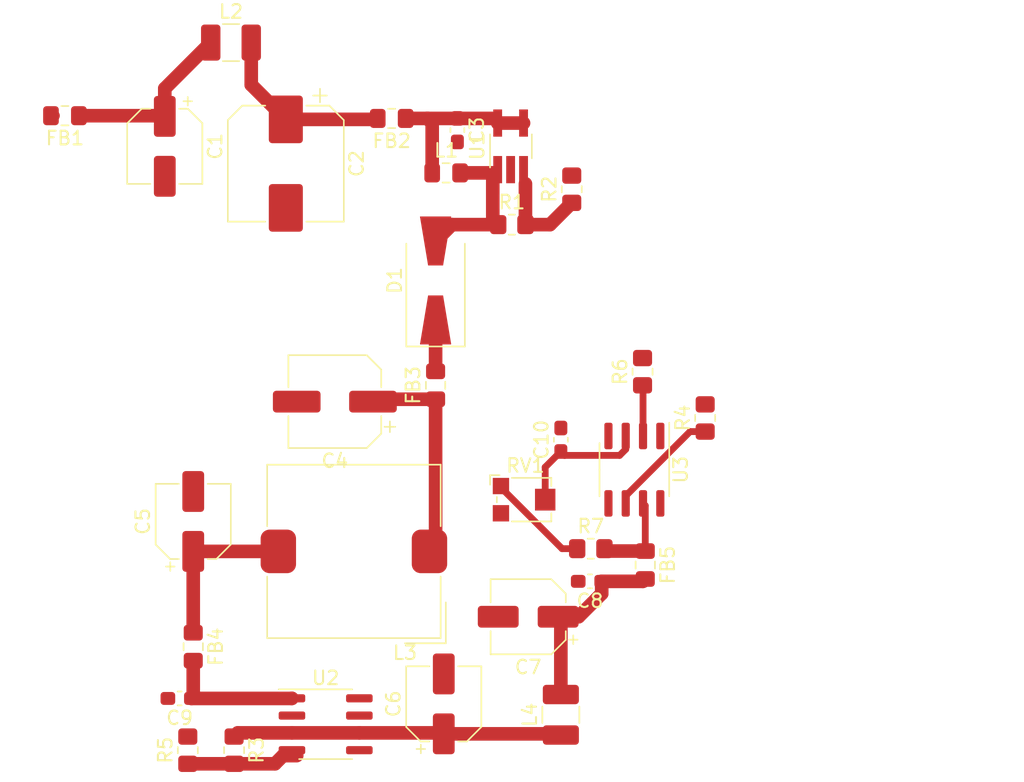
<source format=kicad_pcb>
(kicad_pcb (version 20171130) (host pcbnew 5.1.8+dfsg1-1~bpo10+1)

  (general
    (thickness 1.6)
    (drawings 0)
    (tracks 70)
    (zones 0)
    (modules 31)
    (nets 26)
  )

  (page A4)
  (layers
    (0 F.Cu signal)
    (31 B.Cu signal)
    (32 B.Adhes user)
    (33 F.Adhes user)
    (34 B.Paste user)
    (35 F.Paste user)
    (36 B.SilkS user)
    (37 F.SilkS user)
    (38 B.Mask user)
    (39 F.Mask user)
    (40 Dwgs.User user)
    (41 Cmts.User user)
    (42 Eco1.User user)
    (43 Eco2.User user)
    (44 Edge.Cuts user)
    (45 Margin user)
    (46 B.CrtYd user)
    (47 F.CrtYd user)
    (48 B.Fab user)
    (49 F.Fab user)
  )

  (setup
    (last_trace_width 0.5)
    (user_trace_width 0.5)
    (user_trace_width 0.8)
    (user_trace_width 1)
    (trace_clearance 0.2)
    (zone_clearance 0.508)
    (zone_45_only no)
    (trace_min 0.2)
    (via_size 0.8)
    (via_drill 0.4)
    (via_min_size 0.4)
    (via_min_drill 0.3)
    (uvia_size 0.3)
    (uvia_drill 0.1)
    (uvias_allowed no)
    (uvia_min_size 0.2)
    (uvia_min_drill 0.1)
    (edge_width 0.05)
    (segment_width 0.2)
    (pcb_text_width 0.3)
    (pcb_text_size 1.5 1.5)
    (mod_edge_width 0.12)
    (mod_text_size 1 1)
    (mod_text_width 0.15)
    (pad_size 1.524 1.524)
    (pad_drill 0.762)
    (pad_to_mask_clearance 0)
    (aux_axis_origin 0 0)
    (visible_elements FFFFFF7F)
    (pcbplotparams
      (layerselection 0x010fc_ffffffff)
      (usegerberextensions false)
      (usegerberattributes true)
      (usegerberadvancedattributes true)
      (creategerberjobfile true)
      (excludeedgelayer true)
      (linewidth 0.100000)
      (plotframeref false)
      (viasonmask false)
      (mode 1)
      (useauxorigin false)
      (hpglpennumber 1)
      (hpglpenspeed 20)
      (hpglpendiameter 15.000000)
      (psnegative false)
      (psa4output false)
      (plotreference true)
      (plotvalue true)
      (plotinvisibletext false)
      (padsonsilk false)
      (subtractmaskfromsilk false)
      (outputformat 1)
      (mirror false)
      (drillshape 1)
      (scaleselection 1)
      (outputdirectory ""))
  )

  (net 0 "")
  (net 1 GND)
  (net 2 "Net-(C1-Pad1)")
  (net 3 "Net-(C2-Pad1)")
  (net 4 "Net-(C3-Pad1)")
  (net 5 "Net-(C4-Pad1)")
  (net 6 "Net-(C5-Pad1)")
  (net 7 "Net-(C6-Pad1)")
  (net 8 "Net-(C7-Pad1)")
  (net 9 "Net-(C9-Pad1)")
  (net 10 "Net-(C10-Pad1)")
  (net 11 "Net-(D1-Pad2)")
  (net 12 "Net-(D1-Pad1)")
  (net 13 "Net-(FB1-Pad2)")
  (net 14 "Net-(FB5-Pad1)")
  (net 15 "Net-(R1-Pad2)")
  (net 16 "Net-(R3-Pad2)")
  (net 17 "Net-(R4-Pad2)")
  (net 18 "Net-(R4-Pad1)")
  (net 19 "Net-(R6-Pad2)")
  (net 20 "Net-(R7-Pad1)")
  (net 21 "Net-(U2-Pad8)")
  (net 22 "Net-(U2-Pad5)")
  (net 23 "Net-(U3-Pad8)")
  (net 24 "Net-(U3-Pad5)")
  (net 25 "Net-(U3-Pad1)")

  (net_class Default "This is the default net class."
    (clearance 0.2)
    (trace_width 0.25)
    (via_dia 0.8)
    (via_drill 0.4)
    (uvia_dia 0.3)
    (uvia_drill 0.1)
    (add_net GND)
    (add_net "Net-(C1-Pad1)")
    (add_net "Net-(C10-Pad1)")
    (add_net "Net-(C2-Pad1)")
    (add_net "Net-(C3-Pad1)")
    (add_net "Net-(C4-Pad1)")
    (add_net "Net-(C5-Pad1)")
    (add_net "Net-(C6-Pad1)")
    (add_net "Net-(C7-Pad1)")
    (add_net "Net-(C9-Pad1)")
    (add_net "Net-(D1-Pad1)")
    (add_net "Net-(D1-Pad2)")
    (add_net "Net-(FB1-Pad2)")
    (add_net "Net-(FB5-Pad1)")
    (add_net "Net-(R1-Pad2)")
    (add_net "Net-(R3-Pad2)")
    (add_net "Net-(R4-Pad1)")
    (add_net "Net-(R4-Pad2)")
    (add_net "Net-(R6-Pad2)")
    (add_net "Net-(R7-Pad1)")
    (add_net "Net-(U2-Pad5)")
    (add_net "Net-(U2-Pad8)")
    (add_net "Net-(U3-Pad1)")
    (add_net "Net-(U3-Pad5)")
    (add_net "Net-(U3-Pad8)")
  )

  (module Package_SO:SOIC-8_3.9x4.9mm_P1.27mm (layer F.Cu) (tedit 5D9F72B1) (tstamp 60249C83)
    (at 101.8 93.6 270)
    (descr "SOIC, 8 Pin (JEDEC MS-012AA, https://www.analog.com/media/en/package-pcb-resources/package/pkg_pdf/soic_narrow-r/r_8.pdf), generated with kicad-footprint-generator ipc_gullwing_generator.py")
    (tags "SOIC SO")
    (path /601A9DFD)
    (attr smd)
    (fp_text reference U3 (at 0 -3.4 90) (layer F.SilkS)
      (effects (font (size 1 1) (thickness 0.15)))
    )
    (fp_text value OP184 (at 0 3.4 90) (layer F.Fab)
      (effects (font (size 1 1) (thickness 0.15)))
    )
    (fp_text user %R (at 0.2 0 90) (layer F.Fab)
      (effects (font (size 0.98 0.98) (thickness 0.15)))
    )
    (fp_line (start 0 2.56) (end 1.95 2.56) (layer F.SilkS) (width 0.12))
    (fp_line (start 0 2.56) (end -1.95 2.56) (layer F.SilkS) (width 0.12))
    (fp_line (start 0 -2.56) (end 1.95 -2.56) (layer F.SilkS) (width 0.12))
    (fp_line (start 0 -2.56) (end -3.45 -2.56) (layer F.SilkS) (width 0.12))
    (fp_line (start -0.975 -2.45) (end 1.95 -2.45) (layer F.Fab) (width 0.1))
    (fp_line (start 1.95 -2.45) (end 1.95 2.45) (layer F.Fab) (width 0.1))
    (fp_line (start 1.95 2.45) (end -1.95 2.45) (layer F.Fab) (width 0.1))
    (fp_line (start -1.95 2.45) (end -1.95 -1.475) (layer F.Fab) (width 0.1))
    (fp_line (start -1.95 -1.475) (end -0.975 -2.45) (layer F.Fab) (width 0.1))
    (fp_line (start -3.7 -2.7) (end -3.7 2.7) (layer F.CrtYd) (width 0.05))
    (fp_line (start -3.7 2.7) (end 3.7 2.7) (layer F.CrtYd) (width 0.05))
    (fp_line (start 3.7 2.7) (end 3.7 -2.7) (layer F.CrtYd) (width 0.05))
    (fp_line (start 3.7 -2.7) (end -3.7 -2.7) (layer F.CrtYd) (width 0.05))
    (pad 8 smd roundrect (at 2.475 -1.905 270) (size 1.95 0.6) (layers F.Cu F.Paste F.Mask) (roundrect_rratio 0.25)
      (net 23 "Net-(U3-Pad8)"))
    (pad 7 smd roundrect (at 2.475 -0.635 270) (size 1.95 0.6) (layers F.Cu F.Paste F.Mask) (roundrect_rratio 0.25)
      (net 14 "Net-(FB5-Pad1)"))
    (pad 6 smd roundrect (at 2.475 0.635 270) (size 1.95 0.6) (layers F.Cu F.Paste F.Mask) (roundrect_rratio 0.25)
      (net 18 "Net-(R4-Pad1)"))
    (pad 5 smd roundrect (at 2.475 1.905 270) (size 1.95 0.6) (layers F.Cu F.Paste F.Mask) (roundrect_rratio 0.25)
      (net 24 "Net-(U3-Pad5)"))
    (pad 4 smd roundrect (at -2.475 1.905 270) (size 1.95 0.6) (layers F.Cu F.Paste F.Mask) (roundrect_rratio 0.25)
      (net 1 GND))
    (pad 3 smd roundrect (at -2.475 0.635 270) (size 1.95 0.6) (layers F.Cu F.Paste F.Mask) (roundrect_rratio 0.25)
      (net 10 "Net-(C10-Pad1)"))
    (pad 2 smd roundrect (at -2.475 -0.635 270) (size 1.95 0.6) (layers F.Cu F.Paste F.Mask) (roundrect_rratio 0.25)
      (net 17 "Net-(R4-Pad2)"))
    (pad 1 smd roundrect (at -2.475 -1.905 270) (size 1.95 0.6) (layers F.Cu F.Paste F.Mask) (roundrect_rratio 0.25)
      (net 25 "Net-(U3-Pad1)"))
    (model ${KISYS3DMOD}/Package_SO.3dshapes/SOIC-8_3.9x4.9mm_P1.27mm.wrl
      (at (xyz 0 0 0))
      (scale (xyz 1 1 1))
      (rotate (xyz 0 0 0))
    )
  )

  (module Package_SO:SOIC-8_3.9x4.9mm_P1.27mm (layer F.Cu) (tedit 5D9F72B1) (tstamp 60249C69)
    (at 79.125 112.295)
    (descr "SOIC, 8 Pin (JEDEC MS-012AA, https://www.analog.com/media/en/package-pcb-resources/package/pkg_pdf/soic_narrow-r/r_8.pdf), generated with kicad-footprint-generator ipc_gullwing_generator.py")
    (tags "SOIC SO")
    (path /60290741)
    (attr smd)
    (fp_text reference U2 (at 0 -3.4) (layer F.SilkS)
      (effects (font (size 1 1) (thickness 0.15)))
    )
    (fp_text value LM317L_SO8 (at 0 3.4) (layer F.Fab)
      (effects (font (size 1 1) (thickness 0.15)))
    )
    (fp_text user %R (at 0 0) (layer F.Fab)
      (effects (font (size 0.98 0.98) (thickness 0.15)))
    )
    (fp_line (start 0 2.56) (end 1.95 2.56) (layer F.SilkS) (width 0.12))
    (fp_line (start 0 2.56) (end -1.95 2.56) (layer F.SilkS) (width 0.12))
    (fp_line (start 0 -2.56) (end 1.95 -2.56) (layer F.SilkS) (width 0.12))
    (fp_line (start 0 -2.56) (end -3.45 -2.56) (layer F.SilkS) (width 0.12))
    (fp_line (start -0.975 -2.45) (end 1.95 -2.45) (layer F.Fab) (width 0.1))
    (fp_line (start 1.95 -2.45) (end 1.95 2.45) (layer F.Fab) (width 0.1))
    (fp_line (start 1.95 2.45) (end -1.95 2.45) (layer F.Fab) (width 0.1))
    (fp_line (start -1.95 2.45) (end -1.95 -1.475) (layer F.Fab) (width 0.1))
    (fp_line (start -1.95 -1.475) (end -0.975 -2.45) (layer F.Fab) (width 0.1))
    (fp_line (start -3.7 -2.7) (end -3.7 2.7) (layer F.CrtYd) (width 0.05))
    (fp_line (start -3.7 2.7) (end 3.7 2.7) (layer F.CrtYd) (width 0.05))
    (fp_line (start 3.7 2.7) (end 3.7 -2.7) (layer F.CrtYd) (width 0.05))
    (fp_line (start 3.7 -2.7) (end -3.7 -2.7) (layer F.CrtYd) (width 0.05))
    (pad 8 smd roundrect (at 2.475 -1.905) (size 1.95 0.6) (layers F.Cu F.Paste F.Mask) (roundrect_rratio 0.25)
      (net 21 "Net-(U2-Pad8)"))
    (pad 7 smd roundrect (at 2.475 -0.635) (size 1.95 0.6) (layers F.Cu F.Paste F.Mask) (roundrect_rratio 0.25)
      (net 7 "Net-(C6-Pad1)"))
    (pad 6 smd roundrect (at 2.475 0.635) (size 1.95 0.6) (layers F.Cu F.Paste F.Mask) (roundrect_rratio 0.25)
      (net 7 "Net-(C6-Pad1)"))
    (pad 5 smd roundrect (at 2.475 1.905) (size 1.95 0.6) (layers F.Cu F.Paste F.Mask) (roundrect_rratio 0.25)
      (net 22 "Net-(U2-Pad5)"))
    (pad 4 smd roundrect (at -2.475 1.905) (size 1.95 0.6) (layers F.Cu F.Paste F.Mask) (roundrect_rratio 0.25)
      (net 16 "Net-(R3-Pad2)"))
    (pad 3 smd roundrect (at -2.475 0.635) (size 1.95 0.6) (layers F.Cu F.Paste F.Mask) (roundrect_rratio 0.25)
      (net 7 "Net-(C6-Pad1)"))
    (pad 2 smd roundrect (at -2.475 -0.635) (size 1.95 0.6) (layers F.Cu F.Paste F.Mask) (roundrect_rratio 0.25)
      (net 7 "Net-(C6-Pad1)"))
    (pad 1 smd roundrect (at -2.475 -1.905) (size 1.95 0.6) (layers F.Cu F.Paste F.Mask) (roundrect_rratio 0.25)
      (net 9 "Net-(C9-Pad1)"))
    (model ${KISYS3DMOD}/Package_SO.3dshapes/SOIC-8_3.9x4.9mm_P1.27mm.wrl
      (at (xyz 0 0 0))
      (scale (xyz 1 1 1))
      (rotate (xyz 0 0 0))
    )
  )

  (module Package_TO_SOT_SMD:TSOT-23-5_HandSoldering (layer F.Cu) (tedit 5A02FF57) (tstamp 60249C4F)
    (at 92.71 69.85 90)
    (descr "5-pin TSOT23 package, http://cds.linear.com/docs/en/packaging/SOT_5_05-08-1635.pdf")
    (tags "TSOT-23-5 Hand-soldering")
    (path /601A975F)
    (attr smd)
    (fp_text reference U1 (at 0 -2.45 90) (layer F.SilkS)
      (effects (font (size 1 1) (thickness 0.15)))
    )
    (fp_text value MIC2288 (at 0 2.5 90) (layer F.Fab)
      (effects (font (size 1 1) (thickness 0.15)))
    )
    (fp_text user %R (at 0 0) (layer F.Fab)
      (effects (font (size 0.5 0.5) (thickness 0.075)))
    )
    (fp_line (start -0.88 1.56) (end 0.88 1.56) (layer F.SilkS) (width 0.12))
    (fp_line (start 0.88 -1.51) (end -1.55 -1.51) (layer F.SilkS) (width 0.12))
    (fp_line (start -0.88 -1) (end -0.43 -1.45) (layer F.Fab) (width 0.1))
    (fp_line (start 0.88 -1.45) (end -0.43 -1.45) (layer F.Fab) (width 0.1))
    (fp_line (start -0.88 -1) (end -0.88 1.45) (layer F.Fab) (width 0.1))
    (fp_line (start 0.88 1.45) (end -0.88 1.45) (layer F.Fab) (width 0.1))
    (fp_line (start 0.88 -1.45) (end 0.88 1.45) (layer F.Fab) (width 0.1))
    (fp_line (start -2.96 -1.7) (end 2.96 -1.7) (layer F.CrtYd) (width 0.05))
    (fp_line (start -2.96 -1.7) (end -2.96 1.7) (layer F.CrtYd) (width 0.05))
    (fp_line (start 2.96 1.7) (end 2.96 -1.7) (layer F.CrtYd) (width 0.05))
    (fp_line (start 2.96 1.7) (end -2.96 1.7) (layer F.CrtYd) (width 0.05))
    (pad 5 smd rect (at 1.71 -0.95 90) (size 2 0.65) (layers F.Cu F.Paste F.Mask)
      (net 4 "Net-(C3-Pad1)"))
    (pad 4 smd rect (at 1.71 0.95 90) (size 2 0.65) (layers F.Cu F.Paste F.Mask)
      (net 4 "Net-(C3-Pad1)"))
    (pad 3 smd rect (at -1.71 0.95 90) (size 2 0.65) (layers F.Cu F.Paste F.Mask)
      (net 15 "Net-(R1-Pad2)"))
    (pad 2 smd rect (at -1.71 0 90) (size 2 0.65) (layers F.Cu F.Paste F.Mask)
      (net 1 GND))
    (pad 1 smd rect (at -1.71 -0.95 90) (size 2 0.65) (layers F.Cu F.Paste F.Mask)
      (net 11 "Net-(D1-Pad2)"))
    (model ${KISYS3DMOD}/Package_TO_SOT_SMD.3dshapes/TSOT-23-5.wrl
      (at (xyz 0 0 0))
      (scale (xyz 1 1 1))
      (rotate (xyz 0 0 0))
    )
  )

  (module Potentiometer_SMD:Potentiometer_Bourns_TC33X_Vertical (layer F.Cu) (tedit 5C165D15) (tstamp 60249C3A)
    (at 93.8 95.8)
    (descr "Potentiometer, Bourns, TC33X, Vertical, https://www.bourns.com/pdfs/TC33.pdf")
    (tags "Potentiometer Bourns TC33X Vertical")
    (path /602819F3)
    (attr smd)
    (fp_text reference RV1 (at 0 -2.5) (layer F.SilkS)
      (effects (font (size 1 1) (thickness 0.15)))
    )
    (fp_text value R_POT (at 0 2.5) (layer F.Fab)
      (effects (font (size 1 1) (thickness 0.15)))
    )
    (fp_text user "Wiper may be\nanywhere within\ncircle shown" (at -0.15 -0.8) (layer Cmts.User)
      (effects (font (size 0.15 0.15) (thickness 0.02)))
    )
    (fp_text user %R (at 0 0) (layer F.Fab)
      (effects (font (size 0.7 0.7) (thickness 0.105)))
    )
    (fp_circle (center 0 0) (end 1.5 0) (layer F.Fab) (width 0.1))
    (fp_line (start -2 -0.75) (end -2 1.5) (layer F.Fab) (width 0.1))
    (fp_line (start -2 1.5) (end 1.8 1.5) (layer F.Fab) (width 0.1))
    (fp_line (start 1.8 1.5) (end 1.8 -1.5) (layer F.Fab) (width 0.1))
    (fp_line (start 1.8 -1.5) (end -1.25 -1.5) (layer F.Fab) (width 0.1))
    (fp_line (start -1.25 -1.5) (end -2 -0.75) (layer F.Fab) (width 0.1))
    (fp_line (start -2.1 -0.2) (end -2.1 0.2) (layer F.SilkS) (width 0.12))
    (fp_line (start -1 -1.6) (end 1.9 -1.6) (layer F.SilkS) (width 0.12))
    (fp_line (start 1.9 -1.6) (end 1.9 -1) (layer F.SilkS) (width 0.12))
    (fp_line (start -1 1.6) (end 1.9 1.6) (layer F.SilkS) (width 0.12))
    (fp_line (start 1.9 1.6) (end 1.9 1) (layer F.SilkS) (width 0.12))
    (fp_line (start -1.9 -1.8) (end -2.6 -1.8) (layer F.SilkS) (width 0.12))
    (fp_line (start -2.6 -1.8) (end -2.6 -1.1) (layer F.SilkS) (width 0.12))
    (fp_line (start -2.65 -1.85) (end 2.45 -1.85) (layer F.CrtYd) (width 0.05))
    (fp_line (start 2.45 -1.85) (end 2.45 1.85) (layer F.CrtYd) (width 0.05))
    (fp_line (start 2.45 1.85) (end -2.65 1.85) (layer F.CrtYd) (width 0.05))
    (fp_line (start -2.65 1.85) (end -2.65 -1.85) (layer F.CrtYd) (width 0.05))
    (fp_circle (center 0 0) (end 1.8 0) (layer Dwgs.User) (width 0.05))
    (pad 2 smd rect (at 1.45 0) (size 1.5 1.6) (layers F.Cu F.Paste F.Mask)
      (net 10 "Net-(C10-Pad1)"))
    (pad 3 smd rect (at -1.8 1) (size 1.2 1.2) (layers F.Cu F.Paste F.Mask)
      (net 1 GND))
    (pad 1 smd rect (at -1.8 -1) (size 1.2 1.2) (layers F.Cu F.Paste F.Mask)
      (net 20 "Net-(R7-Pad1)"))
    (model ${KISYS3DMOD}/Potentiometer_SMD.3dshapes/Potentiometer_Bourns_TC33X_Vertical.wrl
      (at (xyz 0 0 0))
      (scale (xyz 1 1 1))
      (rotate (xyz 0 0 0))
    )
  )

  (module Resistor_SMD:R_0805_2012Metric_Pad1.20x1.40mm_HandSolder (layer F.Cu) (tedit 5F68FEEE) (tstamp 60249C1F)
    (at 98.6 99.4)
    (descr "Resistor SMD 0805 (2012 Metric), square (rectangular) end terminal, IPC_7351 nominal with elongated pad for handsoldering. (Body size source: IPC-SM-782 page 72, https://www.pcb-3d.com/wordpress/wp-content/uploads/ipc-sm-782a_amendment_1_and_2.pdf), generated with kicad-footprint-generator")
    (tags "resistor handsolder")
    (path /6025674D)
    (attr smd)
    (fp_text reference R7 (at 0 -1.65) (layer F.SilkS)
      (effects (font (size 1 1) (thickness 0.15)))
    )
    (fp_text value R (at 0 1.65) (layer F.Fab)
      (effects (font (size 1 1) (thickness 0.15)))
    )
    (fp_text user %R (at 0 0) (layer F.Fab)
      (effects (font (size 0.5 0.5) (thickness 0.08)))
    )
    (fp_line (start -1 0.625) (end -1 -0.625) (layer F.Fab) (width 0.1))
    (fp_line (start -1 -0.625) (end 1 -0.625) (layer F.Fab) (width 0.1))
    (fp_line (start 1 -0.625) (end 1 0.625) (layer F.Fab) (width 0.1))
    (fp_line (start 1 0.625) (end -1 0.625) (layer F.Fab) (width 0.1))
    (fp_line (start -0.227064 -0.735) (end 0.227064 -0.735) (layer F.SilkS) (width 0.12))
    (fp_line (start -0.227064 0.735) (end 0.227064 0.735) (layer F.SilkS) (width 0.12))
    (fp_line (start -1.85 0.95) (end -1.85 -0.95) (layer F.CrtYd) (width 0.05))
    (fp_line (start -1.85 -0.95) (end 1.85 -0.95) (layer F.CrtYd) (width 0.05))
    (fp_line (start 1.85 -0.95) (end 1.85 0.95) (layer F.CrtYd) (width 0.05))
    (fp_line (start 1.85 0.95) (end -1.85 0.95) (layer F.CrtYd) (width 0.05))
    (pad 2 smd roundrect (at 1 0) (size 1.2 1.4) (layers F.Cu F.Paste F.Mask) (roundrect_rratio 0.208333)
      (net 14 "Net-(FB5-Pad1)"))
    (pad 1 smd roundrect (at -1 0) (size 1.2 1.4) (layers F.Cu F.Paste F.Mask) (roundrect_rratio 0.208333)
      (net 20 "Net-(R7-Pad1)"))
    (model ${KISYS3DMOD}/Resistor_SMD.3dshapes/R_0805_2012Metric.wrl
      (at (xyz 0 0 0))
      (scale (xyz 1 1 1))
      (rotate (xyz 0 0 0))
    )
  )

  (module Resistor_SMD:R_0805_2012Metric_Pad1.20x1.40mm_HandSolder (layer F.Cu) (tedit 5F68FEEE) (tstamp 60249C0E)
    (at 102.4 86.4 90)
    (descr "Resistor SMD 0805 (2012 Metric), square (rectangular) end terminal, IPC_7351 nominal with elongated pad for handsoldering. (Body size source: IPC-SM-782 page 72, https://www.pcb-3d.com/wordpress/wp-content/uploads/ipc-sm-782a_amendment_1_and_2.pdf), generated with kicad-footprint-generator")
    (tags "resistor handsolder")
    (path /60255FB2)
    (attr smd)
    (fp_text reference R6 (at 0 -1.65 90) (layer F.SilkS)
      (effects (font (size 1 1) (thickness 0.15)))
    )
    (fp_text value R (at 0 1.65 90) (layer F.Fab)
      (effects (font (size 1 1) (thickness 0.15)))
    )
    (fp_text user %R (at 0 0 90) (layer F.Fab)
      (effects (font (size 0.5 0.5) (thickness 0.08)))
    )
    (fp_line (start -1 0.625) (end -1 -0.625) (layer F.Fab) (width 0.1))
    (fp_line (start -1 -0.625) (end 1 -0.625) (layer F.Fab) (width 0.1))
    (fp_line (start 1 -0.625) (end 1 0.625) (layer F.Fab) (width 0.1))
    (fp_line (start 1 0.625) (end -1 0.625) (layer F.Fab) (width 0.1))
    (fp_line (start -0.227064 -0.735) (end 0.227064 -0.735) (layer F.SilkS) (width 0.12))
    (fp_line (start -0.227064 0.735) (end 0.227064 0.735) (layer F.SilkS) (width 0.12))
    (fp_line (start -1.85 0.95) (end -1.85 -0.95) (layer F.CrtYd) (width 0.05))
    (fp_line (start -1.85 -0.95) (end 1.85 -0.95) (layer F.CrtYd) (width 0.05))
    (fp_line (start 1.85 -0.95) (end 1.85 0.95) (layer F.CrtYd) (width 0.05))
    (fp_line (start 1.85 0.95) (end -1.85 0.95) (layer F.CrtYd) (width 0.05))
    (pad 2 smd roundrect (at 1 0 90) (size 1.2 1.4) (layers F.Cu F.Paste F.Mask) (roundrect_rratio 0.208333)
      (net 19 "Net-(R6-Pad2)"))
    (pad 1 smd roundrect (at -1 0 90) (size 1.2 1.4) (layers F.Cu F.Paste F.Mask) (roundrect_rratio 0.208333)
      (net 17 "Net-(R4-Pad2)"))
    (model ${KISYS3DMOD}/Resistor_SMD.3dshapes/R_0805_2012Metric.wrl
      (at (xyz 0 0 0))
      (scale (xyz 1 1 1))
      (rotate (xyz 0 0 0))
    )
  )

  (module Resistor_SMD:R_0805_2012Metric_Pad1.20x1.40mm_HandSolder (layer F.Cu) (tedit 5F68FEEE) (tstamp 60249BFD)
    (at 69 114.2 90)
    (descr "Resistor SMD 0805 (2012 Metric), square (rectangular) end terminal, IPC_7351 nominal with elongated pad for handsoldering. (Body size source: IPC-SM-782 page 72, https://www.pcb-3d.com/wordpress/wp-content/uploads/ipc-sm-782a_amendment_1_and_2.pdf), generated with kicad-footprint-generator")
    (tags "resistor handsolder")
    (path /60255837)
    (attr smd)
    (fp_text reference R5 (at 0 -1.65 90) (layer F.SilkS)
      (effects (font (size 1 1) (thickness 0.15)))
    )
    (fp_text value R (at 0 1.65 90) (layer F.Fab)
      (effects (font (size 1 1) (thickness 0.15)))
    )
    (fp_text user %R (at 0 0 90) (layer F.Fab)
      (effects (font (size 0.5 0.5) (thickness 0.08)))
    )
    (fp_line (start -1 0.625) (end -1 -0.625) (layer F.Fab) (width 0.1))
    (fp_line (start -1 -0.625) (end 1 -0.625) (layer F.Fab) (width 0.1))
    (fp_line (start 1 -0.625) (end 1 0.625) (layer F.Fab) (width 0.1))
    (fp_line (start 1 0.625) (end -1 0.625) (layer F.Fab) (width 0.1))
    (fp_line (start -0.227064 -0.735) (end 0.227064 -0.735) (layer F.SilkS) (width 0.12))
    (fp_line (start -0.227064 0.735) (end 0.227064 0.735) (layer F.SilkS) (width 0.12))
    (fp_line (start -1.85 0.95) (end -1.85 -0.95) (layer F.CrtYd) (width 0.05))
    (fp_line (start -1.85 -0.95) (end 1.85 -0.95) (layer F.CrtYd) (width 0.05))
    (fp_line (start 1.85 -0.95) (end 1.85 0.95) (layer F.CrtYd) (width 0.05))
    (fp_line (start 1.85 0.95) (end -1.85 0.95) (layer F.CrtYd) (width 0.05))
    (pad 2 smd roundrect (at 1 0 90) (size 1.2 1.4) (layers F.Cu F.Paste F.Mask) (roundrect_rratio 0.208333)
      (net 1 GND))
    (pad 1 smd roundrect (at -1 0 90) (size 1.2 1.4) (layers F.Cu F.Paste F.Mask) (roundrect_rratio 0.208333)
      (net 16 "Net-(R3-Pad2)"))
    (model ${KISYS3DMOD}/Resistor_SMD.3dshapes/R_0805_2012Metric.wrl
      (at (xyz 0 0 0))
      (scale (xyz 1 1 1))
      (rotate (xyz 0 0 0))
    )
  )

  (module Resistor_SMD:R_0805_2012Metric_Pad1.20x1.40mm_HandSolder (layer F.Cu) (tedit 5F68FEEE) (tstamp 60249BEC)
    (at 107 89.8 90)
    (descr "Resistor SMD 0805 (2012 Metric), square (rectangular) end terminal, IPC_7351 nominal with elongated pad for handsoldering. (Body size source: IPC-SM-782 page 72, https://www.pcb-3d.com/wordpress/wp-content/uploads/ipc-sm-782a_amendment_1_and_2.pdf), generated with kicad-footprint-generator")
    (tags "resistor handsolder")
    (path /602563ED)
    (attr smd)
    (fp_text reference R4 (at 0 -1.65 90) (layer F.SilkS)
      (effects (font (size 1 1) (thickness 0.15)))
    )
    (fp_text value R (at 0 1.65 90) (layer F.Fab)
      (effects (font (size 1 1) (thickness 0.15)))
    )
    (fp_text user %R (at 0 0 90) (layer F.Fab)
      (effects (font (size 0.5 0.5) (thickness 0.08)))
    )
    (fp_line (start -1 0.625) (end -1 -0.625) (layer F.Fab) (width 0.1))
    (fp_line (start -1 -0.625) (end 1 -0.625) (layer F.Fab) (width 0.1))
    (fp_line (start 1 -0.625) (end 1 0.625) (layer F.Fab) (width 0.1))
    (fp_line (start 1 0.625) (end -1 0.625) (layer F.Fab) (width 0.1))
    (fp_line (start -0.227064 -0.735) (end 0.227064 -0.735) (layer F.SilkS) (width 0.12))
    (fp_line (start -0.227064 0.735) (end 0.227064 0.735) (layer F.SilkS) (width 0.12))
    (fp_line (start -1.85 0.95) (end -1.85 -0.95) (layer F.CrtYd) (width 0.05))
    (fp_line (start -1.85 -0.95) (end 1.85 -0.95) (layer F.CrtYd) (width 0.05))
    (fp_line (start 1.85 -0.95) (end 1.85 0.95) (layer F.CrtYd) (width 0.05))
    (fp_line (start 1.85 0.95) (end -1.85 0.95) (layer F.CrtYd) (width 0.05))
    (pad 2 smd roundrect (at 1 0 90) (size 1.2 1.4) (layers F.Cu F.Paste F.Mask) (roundrect_rratio 0.208333)
      (net 17 "Net-(R4-Pad2)"))
    (pad 1 smd roundrect (at -1 0 90) (size 1.2 1.4) (layers F.Cu F.Paste F.Mask) (roundrect_rratio 0.208333)
      (net 18 "Net-(R4-Pad1)"))
    (model ${KISYS3DMOD}/Resistor_SMD.3dshapes/R_0805_2012Metric.wrl
      (at (xyz 0 0 0))
      (scale (xyz 1 1 1))
      (rotate (xyz 0 0 0))
    )
  )

  (module Resistor_SMD:R_0805_2012Metric_Pad1.20x1.40mm_HandSolder (layer F.Cu) (tedit 5F68FEEE) (tstamp 60249BDB)
    (at 72.4 114.2 270)
    (descr "Resistor SMD 0805 (2012 Metric), square (rectangular) end terminal, IPC_7351 nominal with elongated pad for handsoldering. (Body size source: IPC-SM-782 page 72, https://www.pcb-3d.com/wordpress/wp-content/uploads/ipc-sm-782a_amendment_1_and_2.pdf), generated with kicad-footprint-generator")
    (tags "resistor handsolder")
    (path /602552D1)
    (attr smd)
    (fp_text reference R3 (at 0 -1.65 90) (layer F.SilkS)
      (effects (font (size 1 1) (thickness 0.15)))
    )
    (fp_text value R (at 0 1.65 90) (layer F.Fab)
      (effects (font (size 1 1) (thickness 0.15)))
    )
    (fp_text user %R (at 0 0 90) (layer F.Fab)
      (effects (font (size 0.5 0.5) (thickness 0.08)))
    )
    (fp_line (start -1 0.625) (end -1 -0.625) (layer F.Fab) (width 0.1))
    (fp_line (start -1 -0.625) (end 1 -0.625) (layer F.Fab) (width 0.1))
    (fp_line (start 1 -0.625) (end 1 0.625) (layer F.Fab) (width 0.1))
    (fp_line (start 1 0.625) (end -1 0.625) (layer F.Fab) (width 0.1))
    (fp_line (start -0.227064 -0.735) (end 0.227064 -0.735) (layer F.SilkS) (width 0.12))
    (fp_line (start -0.227064 0.735) (end 0.227064 0.735) (layer F.SilkS) (width 0.12))
    (fp_line (start -1.85 0.95) (end -1.85 -0.95) (layer F.CrtYd) (width 0.05))
    (fp_line (start -1.85 -0.95) (end 1.85 -0.95) (layer F.CrtYd) (width 0.05))
    (fp_line (start 1.85 -0.95) (end 1.85 0.95) (layer F.CrtYd) (width 0.05))
    (fp_line (start 1.85 0.95) (end -1.85 0.95) (layer F.CrtYd) (width 0.05))
    (pad 2 smd roundrect (at 1 0 270) (size 1.2 1.4) (layers F.Cu F.Paste F.Mask) (roundrect_rratio 0.208333)
      (net 16 "Net-(R3-Pad2)"))
    (pad 1 smd roundrect (at -1 0 270) (size 1.2 1.4) (layers F.Cu F.Paste F.Mask) (roundrect_rratio 0.208333)
      (net 7 "Net-(C6-Pad1)"))
    (model ${KISYS3DMOD}/Resistor_SMD.3dshapes/R_0805_2012Metric.wrl
      (at (xyz 0 0 0))
      (scale (xyz 1 1 1))
      (rotate (xyz 0 0 0))
    )
  )

  (module Resistor_SMD:R_0805_2012Metric_Pad1.20x1.40mm_HandSolder (layer F.Cu) (tedit 5F68FEEE) (tstamp 60249BCA)
    (at 97.2 73 90)
    (descr "Resistor SMD 0805 (2012 Metric), square (rectangular) end terminal, IPC_7351 nominal with elongated pad for handsoldering. (Body size source: IPC-SM-782 page 72, https://www.pcb-3d.com/wordpress/wp-content/uploads/ipc-sm-782a_amendment_1_and_2.pdf), generated with kicad-footprint-generator")
    (tags "resistor handsolder")
    (path /60255DC8)
    (attr smd)
    (fp_text reference R2 (at 0 -1.65 90) (layer F.SilkS)
      (effects (font (size 1 1) (thickness 0.15)))
    )
    (fp_text value R (at 0 1.65 90) (layer F.Fab)
      (effects (font (size 1 1) (thickness 0.15)))
    )
    (fp_text user %R (at 0 0 90) (layer F.Fab)
      (effects (font (size 0.5 0.5) (thickness 0.08)))
    )
    (fp_line (start -1 0.625) (end -1 -0.625) (layer F.Fab) (width 0.1))
    (fp_line (start -1 -0.625) (end 1 -0.625) (layer F.Fab) (width 0.1))
    (fp_line (start 1 -0.625) (end 1 0.625) (layer F.Fab) (width 0.1))
    (fp_line (start 1 0.625) (end -1 0.625) (layer F.Fab) (width 0.1))
    (fp_line (start -0.227064 -0.735) (end 0.227064 -0.735) (layer F.SilkS) (width 0.12))
    (fp_line (start -0.227064 0.735) (end 0.227064 0.735) (layer F.SilkS) (width 0.12))
    (fp_line (start -1.85 0.95) (end -1.85 -0.95) (layer F.CrtYd) (width 0.05))
    (fp_line (start -1.85 -0.95) (end 1.85 -0.95) (layer F.CrtYd) (width 0.05))
    (fp_line (start 1.85 -0.95) (end 1.85 0.95) (layer F.CrtYd) (width 0.05))
    (fp_line (start 1.85 0.95) (end -1.85 0.95) (layer F.CrtYd) (width 0.05))
    (pad 2 smd roundrect (at 1 0 90) (size 1.2 1.4) (layers F.Cu F.Paste F.Mask) (roundrect_rratio 0.208333)
      (net 1 GND))
    (pad 1 smd roundrect (at -1 0 90) (size 1.2 1.4) (layers F.Cu F.Paste F.Mask) (roundrect_rratio 0.208333)
      (net 15 "Net-(R1-Pad2)"))
    (model ${KISYS3DMOD}/Resistor_SMD.3dshapes/R_0805_2012Metric.wrl
      (at (xyz 0 0 0))
      (scale (xyz 1 1 1))
      (rotate (xyz 0 0 0))
    )
  )

  (module Resistor_SMD:R_0805_2012Metric_Pad1.20x1.40mm_HandSolder (layer F.Cu) (tedit 5F68FEEE) (tstamp 60249BB9)
    (at 92.8 75.6)
    (descr "Resistor SMD 0805 (2012 Metric), square (rectangular) end terminal, IPC_7351 nominal with elongated pad for handsoldering. (Body size source: IPC-SM-782 page 72, https://www.pcb-3d.com/wordpress/wp-content/uploads/ipc-sm-782a_amendment_1_and_2.pdf), generated with kicad-footprint-generator")
    (tags "resistor handsolder")
    (path /60255A9C)
    (attr smd)
    (fp_text reference R1 (at 0 -1.65) (layer F.SilkS)
      (effects (font (size 1 1) (thickness 0.15)))
    )
    (fp_text value R (at 0 1.65) (layer F.Fab)
      (effects (font (size 1 1) (thickness 0.15)))
    )
    (fp_text user %R (at 0 0) (layer F.Fab)
      (effects (font (size 0.5 0.5) (thickness 0.08)))
    )
    (fp_line (start -1 0.625) (end -1 -0.625) (layer F.Fab) (width 0.1))
    (fp_line (start -1 -0.625) (end 1 -0.625) (layer F.Fab) (width 0.1))
    (fp_line (start 1 -0.625) (end 1 0.625) (layer F.Fab) (width 0.1))
    (fp_line (start 1 0.625) (end -1 0.625) (layer F.Fab) (width 0.1))
    (fp_line (start -0.227064 -0.735) (end 0.227064 -0.735) (layer F.SilkS) (width 0.12))
    (fp_line (start -0.227064 0.735) (end 0.227064 0.735) (layer F.SilkS) (width 0.12))
    (fp_line (start -1.85 0.95) (end -1.85 -0.95) (layer F.CrtYd) (width 0.05))
    (fp_line (start -1.85 -0.95) (end 1.85 -0.95) (layer F.CrtYd) (width 0.05))
    (fp_line (start 1.85 -0.95) (end 1.85 0.95) (layer F.CrtYd) (width 0.05))
    (fp_line (start 1.85 0.95) (end -1.85 0.95) (layer F.CrtYd) (width 0.05))
    (pad 2 smd roundrect (at 1 0) (size 1.2 1.4) (layers F.Cu F.Paste F.Mask) (roundrect_rratio 0.208333)
      (net 15 "Net-(R1-Pad2)"))
    (pad 1 smd roundrect (at -1 0) (size 1.2 1.4) (layers F.Cu F.Paste F.Mask) (roundrect_rratio 0.208333)
      (net 11 "Net-(D1-Pad2)"))
    (model ${KISYS3DMOD}/Resistor_SMD.3dshapes/R_0805_2012Metric.wrl
      (at (xyz 0 0 0))
      (scale (xyz 1 1 1))
      (rotate (xyz 0 0 0))
    )
  )

  (module Inductor_SMD:L_1210_3225Metric_Pad1.42x2.65mm_HandSolder (layer F.Cu) (tedit 5F68FEF0) (tstamp 60249BA8)
    (at 96.4 111.6 90)
    (descr "Inductor SMD 1210 (3225 Metric), square (rectangular) end terminal, IPC_7351 nominal with elongated pad for handsoldering. (Body size source: http://www.tortai-tech.com/upload/download/2011102023233369053.pdf), generated with kicad-footprint-generator")
    (tags "inductor handsolder")
    (path /601BB544)
    (attr smd)
    (fp_text reference L4 (at 0 -2.28 90) (layer F.SilkS)
      (effects (font (size 1 1) (thickness 0.15)))
    )
    (fp_text value 47u (at 0 2.28 90) (layer F.Fab)
      (effects (font (size 1 1) (thickness 0.15)))
    )
    (fp_text user %R (at 0 0 90) (layer F.Fab)
      (effects (font (size 0.8 0.8) (thickness 0.12)))
    )
    (fp_line (start -1.6 1.25) (end -1.6 -1.25) (layer F.Fab) (width 0.1))
    (fp_line (start -1.6 -1.25) (end 1.6 -1.25) (layer F.Fab) (width 0.1))
    (fp_line (start 1.6 -1.25) (end 1.6 1.25) (layer F.Fab) (width 0.1))
    (fp_line (start 1.6 1.25) (end -1.6 1.25) (layer F.Fab) (width 0.1))
    (fp_line (start -0.602064 -1.36) (end 0.602064 -1.36) (layer F.SilkS) (width 0.12))
    (fp_line (start -0.602064 1.36) (end 0.602064 1.36) (layer F.SilkS) (width 0.12))
    (fp_line (start -2.45 1.58) (end -2.45 -1.58) (layer F.CrtYd) (width 0.05))
    (fp_line (start -2.45 -1.58) (end 2.45 -1.58) (layer F.CrtYd) (width 0.05))
    (fp_line (start 2.45 -1.58) (end 2.45 1.58) (layer F.CrtYd) (width 0.05))
    (fp_line (start 2.45 1.58) (end -2.45 1.58) (layer F.CrtYd) (width 0.05))
    (pad 2 smd roundrect (at 1.4875 0 90) (size 1.425 2.65) (layers F.Cu F.Paste F.Mask) (roundrect_rratio 0.175439)
      (net 8 "Net-(C7-Pad1)"))
    (pad 1 smd roundrect (at -1.4875 0 90) (size 1.425 2.65) (layers F.Cu F.Paste F.Mask) (roundrect_rratio 0.175439)
      (net 7 "Net-(C6-Pad1)"))
    (model ${KISYS3DMOD}/Inductor_SMD.3dshapes/L_1210_3225Metric.wrl
      (at (xyz 0 0 0))
      (scale (xyz 1 1 1))
      (rotate (xyz 0 0 0))
    )
  )

  (module Inductor_SMD:L_TDK_SLF12575 (layer F.Cu) (tedit 5C2392AD) (tstamp 60249B97)
    (at 81.2 99.6 180)
    (descr "Inductor, TDK, SLF12575, 12.5mmx12.5mm (Script generated with StandardBox.py) (https://product.tdk.com/info/en/catalog/datasheets/inductor_automotive_power_slf12575-h_en.pdf)")
    (tags "Inductor SLF12575")
    (path /601BBA60)
    (attr smd)
    (fp_text reference L3 (at -3.75 -7.45) (layer F.SilkS)
      (effects (font (size 1 1) (thickness 0.15)))
    )
    (fp_text value 1m (at 0 7.25) (layer F.Fab)
      (effects (font (size 1 1) (thickness 0.15)))
    )
    (fp_text user "" (at -49 0.05) (layer F.SilkS)
      (effects (font (size 3 3) (thickness 0.15)))
    )
    (fp_text user %R (at 0 0) (layer F.Fab)
      (effects (font (size 1 1) (thickness 0.15)))
    )
    (fp_line (start -5.75 -6.25) (end 6.25 -6.25) (layer F.Fab) (width 0.1))
    (fp_line (start 6.25 -6.25) (end 6.25 6.25) (layer F.Fab) (width 0.1))
    (fp_line (start 6.25 6.25) (end -6.25 6.25) (layer F.Fab) (width 0.1))
    (fp_line (start -6.25 6.25) (end -6.25 -5.75) (layer F.Fab) (width 0.1))
    (fp_line (start -6.25 -5.75) (end -5.75 -6.25) (layer F.Fab) (width 0.1))
    (fp_line (start -6.75 -3.75) (end -6.75 -6.75) (layer F.SilkS) (width 0.12))
    (fp_line (start -6.75 -6.75) (end -3.75 -6.75) (layer F.SilkS) (width 0.12))
    (fp_line (start -6.37 -6.37) (end 6.37 -6.37) (layer F.SilkS) (width 0.12))
    (fp_line (start 6.37 -6.37) (end 6.37 -1.85) (layer F.SilkS) (width 0.12))
    (fp_line (start 6.37 1.85) (end 6.37 6.37) (layer F.SilkS) (width 0.12))
    (fp_line (start -6.37 6.37) (end 6.37 6.37) (layer F.SilkS) (width 0.12))
    (fp_line (start -6.37 -6.37) (end -6.37 -1.85) (layer F.SilkS) (width 0.12))
    (fp_line (start -6.37 1.85) (end -6.37 6.37) (layer F.SilkS) (width 0.12))
    (fp_line (start -6.5 -6.5) (end 6.5 -6.5) (layer F.CrtYd) (width 0.05))
    (fp_line (start 6.5 -6.5) (end 6.5 -1.86) (layer F.CrtYd) (width 0.05))
    (fp_line (start 6.5 -1.86) (end 7.11 -1.86) (layer F.CrtYd) (width 0.05))
    (fp_line (start 7.11 -1.86) (end 7.11 1.86) (layer F.CrtYd) (width 0.05))
    (fp_line (start 7.11 1.86) (end 6.5 1.86) (layer F.CrtYd) (width 0.05))
    (fp_line (start 6.5 1.86) (end 6.5 6.5) (layer F.CrtYd) (width 0.05))
    (fp_line (start -6.5 6.5) (end 6.5 6.5) (layer F.CrtYd) (width 0.05))
    (fp_line (start -6.5 -6.5) (end -6.5 -1.86) (layer F.CrtYd) (width 0.05))
    (fp_line (start -6.5 -1.86) (end -7.11 -1.86) (layer F.CrtYd) (width 0.05))
    (fp_line (start -7.11 -1.86) (end -7.11 1.86) (layer F.CrtYd) (width 0.05))
    (fp_line (start -7.11 1.86) (end -6.5 1.86) (layer F.CrtYd) (width 0.05))
    (fp_line (start -6.5 1.86) (end -6.5 6.5) (layer F.CrtYd) (width 0.05))
    (pad 2 smd roundrect (at 5.55 0 180) (size 2.6 3.2) (layers F.Cu F.Paste F.Mask) (roundrect_rratio 0.25)
      (net 6 "Net-(C5-Pad1)"))
    (pad 1 smd roundrect (at -5.55 0 180) (size 2.6 3.2) (layers F.Cu F.Paste F.Mask) (roundrect_rratio 0.25)
      (net 5 "Net-(C4-Pad1)"))
    (model ${KISYS3DMOD}/Inductor_SMD.3dshapes/L_TDK_SLF12575.wrl
      (at (xyz 0 0 0))
      (scale (xyz 1 1 1))
      (rotate (xyz 0 0 0))
    )
  )

  (module Inductor_SMD:L_1210_3225Metric_Pad1.42x2.65mm_HandSolder (layer F.Cu) (tedit 5F68FEF0) (tstamp 60249B76)
    (at 72.1725 62.23)
    (descr "Inductor SMD 1210 (3225 Metric), square (rectangular) end terminal, IPC_7351 nominal with elongated pad for handsoldering. (Body size source: http://www.tortai-tech.com/upload/download/2011102023233369053.pdf), generated with kicad-footprint-generator")
    (tags "inductor handsolder")
    (path /601BA615)
    (attr smd)
    (fp_text reference L2 (at 0 -2.28) (layer F.SilkS)
      (effects (font (size 1 1) (thickness 0.15)))
    )
    (fp_text value 47u (at 0 2.28) (layer F.Fab)
      (effects (font (size 1 1) (thickness 0.15)))
    )
    (fp_text user %R (at 0 0) (layer F.Fab)
      (effects (font (size 0.8 0.8) (thickness 0.12)))
    )
    (fp_line (start -1.6 1.25) (end -1.6 -1.25) (layer F.Fab) (width 0.1))
    (fp_line (start -1.6 -1.25) (end 1.6 -1.25) (layer F.Fab) (width 0.1))
    (fp_line (start 1.6 -1.25) (end 1.6 1.25) (layer F.Fab) (width 0.1))
    (fp_line (start 1.6 1.25) (end -1.6 1.25) (layer F.Fab) (width 0.1))
    (fp_line (start -0.602064 -1.36) (end 0.602064 -1.36) (layer F.SilkS) (width 0.12))
    (fp_line (start -0.602064 1.36) (end 0.602064 1.36) (layer F.SilkS) (width 0.12))
    (fp_line (start -2.45 1.58) (end -2.45 -1.58) (layer F.CrtYd) (width 0.05))
    (fp_line (start -2.45 -1.58) (end 2.45 -1.58) (layer F.CrtYd) (width 0.05))
    (fp_line (start 2.45 -1.58) (end 2.45 1.58) (layer F.CrtYd) (width 0.05))
    (fp_line (start 2.45 1.58) (end -2.45 1.58) (layer F.CrtYd) (width 0.05))
    (pad 2 smd roundrect (at 1.4875 0) (size 1.425 2.65) (layers F.Cu F.Paste F.Mask) (roundrect_rratio 0.175439)
      (net 3 "Net-(C2-Pad1)"))
    (pad 1 smd roundrect (at -1.4875 0) (size 1.425 2.65) (layers F.Cu F.Paste F.Mask) (roundrect_rratio 0.175439)
      (net 2 "Net-(C1-Pad1)"))
    (model ${KISYS3DMOD}/Inductor_SMD.3dshapes/L_1210_3225Metric.wrl
      (at (xyz 0 0 0))
      (scale (xyz 1 1 1))
      (rotate (xyz 0 0 0))
    )
  )

  (module Inductor_SMD:L_0805_2012Metric_Pad1.15x1.40mm_HandSolder (layer F.Cu) (tedit 5F68FEF0) (tstamp 60249B65)
    (at 87.975 71.8)
    (descr "Inductor SMD 0805 (2012 Metric), square (rectangular) end terminal, IPC_7351 nominal with elongated pad for handsoldering. (Body size source: https://docs.google.com/spreadsheets/d/1BsfQQcO9C6DZCsRaXUlFlo91Tg2WpOkGARC1WS5S8t0/edit?usp=sharing), generated with kicad-footprint-generator")
    (tags "inductor handsolder")
    (path /601BB18D)
    (attr smd)
    (fp_text reference L1 (at 0 -1.65) (layer F.SilkS)
      (effects (font (size 1 1) (thickness 0.15)))
    )
    (fp_text value 10u (at 0 1.65) (layer F.Fab)
      (effects (font (size 1 1) (thickness 0.15)))
    )
    (fp_text user %R (at 0 0) (layer F.Fab)
      (effects (font (size 0.5 0.5) (thickness 0.08)))
    )
    (fp_line (start -1 0.6) (end -1 -0.6) (layer F.Fab) (width 0.1))
    (fp_line (start -1 -0.6) (end 1 -0.6) (layer F.Fab) (width 0.1))
    (fp_line (start 1 -0.6) (end 1 0.6) (layer F.Fab) (width 0.1))
    (fp_line (start 1 0.6) (end -1 0.6) (layer F.Fab) (width 0.1))
    (fp_line (start -0.261252 -0.71) (end 0.261252 -0.71) (layer F.SilkS) (width 0.12))
    (fp_line (start -0.261252 0.71) (end 0.261252 0.71) (layer F.SilkS) (width 0.12))
    (fp_line (start -1.85 0.95) (end -1.85 -0.95) (layer F.CrtYd) (width 0.05))
    (fp_line (start -1.85 -0.95) (end 1.85 -0.95) (layer F.CrtYd) (width 0.05))
    (fp_line (start 1.85 -0.95) (end 1.85 0.95) (layer F.CrtYd) (width 0.05))
    (fp_line (start 1.85 0.95) (end -1.85 0.95) (layer F.CrtYd) (width 0.05))
    (pad 2 smd roundrect (at 1.025 0) (size 1.15 1.4) (layers F.Cu F.Paste F.Mask) (roundrect_rratio 0.217391)
      (net 11 "Net-(D1-Pad2)"))
    (pad 1 smd roundrect (at -1.025 0) (size 1.15 1.4) (layers F.Cu F.Paste F.Mask) (roundrect_rratio 0.217391)
      (net 4 "Net-(C3-Pad1)"))
    (model ${KISYS3DMOD}/Inductor_SMD.3dshapes/L_0805_2012Metric.wrl
      (at (xyz 0 0 0))
      (scale (xyz 1 1 1))
      (rotate (xyz 0 0 0))
    )
  )

  (module Inductor_SMD:L_0805_2012Metric_Pad1.15x1.40mm_HandSolder (layer F.Cu) (tedit 5F68FEF0) (tstamp 60249B54)
    (at 102.6 100.6 270)
    (descr "Inductor SMD 0805 (2012 Metric), square (rectangular) end terminal, IPC_7351 nominal with elongated pad for handsoldering. (Body size source: https://docs.google.com/spreadsheets/d/1BsfQQcO9C6DZCsRaXUlFlo91Tg2WpOkGARC1WS5S8t0/edit?usp=sharing), generated with kicad-footprint-generator")
    (tags "inductor handsolder")
    (path /601B2B22)
    (attr smd)
    (fp_text reference FB5 (at 0 -1.65 90) (layer F.SilkS)
      (effects (font (size 1 1) (thickness 0.15)))
    )
    (fp_text value Ferrite_Bead (at 0 1.65 90) (layer F.Fab)
      (effects (font (size 1 1) (thickness 0.15)))
    )
    (fp_text user %R (at 0 0 90) (layer F.Fab)
      (effects (font (size 0.5 0.5) (thickness 0.08)))
    )
    (fp_line (start -1 0.6) (end -1 -0.6) (layer F.Fab) (width 0.1))
    (fp_line (start -1 -0.6) (end 1 -0.6) (layer F.Fab) (width 0.1))
    (fp_line (start 1 -0.6) (end 1 0.6) (layer F.Fab) (width 0.1))
    (fp_line (start 1 0.6) (end -1 0.6) (layer F.Fab) (width 0.1))
    (fp_line (start -0.261252 -0.71) (end 0.261252 -0.71) (layer F.SilkS) (width 0.12))
    (fp_line (start -0.261252 0.71) (end 0.261252 0.71) (layer F.SilkS) (width 0.12))
    (fp_line (start -1.85 0.95) (end -1.85 -0.95) (layer F.CrtYd) (width 0.05))
    (fp_line (start -1.85 -0.95) (end 1.85 -0.95) (layer F.CrtYd) (width 0.05))
    (fp_line (start 1.85 -0.95) (end 1.85 0.95) (layer F.CrtYd) (width 0.05))
    (fp_line (start 1.85 0.95) (end -1.85 0.95) (layer F.CrtYd) (width 0.05))
    (pad 2 smd roundrect (at 1.025 0 270) (size 1.15 1.4) (layers F.Cu F.Paste F.Mask) (roundrect_rratio 0.217391)
      (net 8 "Net-(C7-Pad1)"))
    (pad 1 smd roundrect (at -1.025 0 270) (size 1.15 1.4) (layers F.Cu F.Paste F.Mask) (roundrect_rratio 0.217391)
      (net 14 "Net-(FB5-Pad1)"))
    (model ${KISYS3DMOD}/Inductor_SMD.3dshapes/L_0805_2012Metric.wrl
      (at (xyz 0 0 0))
      (scale (xyz 1 1 1))
      (rotate (xyz 0 0 0))
    )
  )

  (module Inductor_SMD:L_0805_2012Metric_Pad1.15x1.40mm_HandSolder (layer F.Cu) (tedit 5F68FEF0) (tstamp 60249B43)
    (at 69.4 106.6 270)
    (descr "Inductor SMD 0805 (2012 Metric), square (rectangular) end terminal, IPC_7351 nominal with elongated pad for handsoldering. (Body size source: https://docs.google.com/spreadsheets/d/1BsfQQcO9C6DZCsRaXUlFlo91Tg2WpOkGARC1WS5S8t0/edit?usp=sharing), generated with kicad-footprint-generator")
    (tags "inductor handsolder")
    (path /601B2852)
    (attr smd)
    (fp_text reference FB4 (at 0 -1.65 90) (layer F.SilkS)
      (effects (font (size 1 1) (thickness 0.15)))
    )
    (fp_text value Ferrite_Bead (at 0 1.65 90) (layer F.Fab)
      (effects (font (size 1 1) (thickness 0.15)))
    )
    (fp_text user %R (at 0 0 90) (layer F.Fab)
      (effects (font (size 0.5 0.5) (thickness 0.08)))
    )
    (fp_line (start -1 0.6) (end -1 -0.6) (layer F.Fab) (width 0.1))
    (fp_line (start -1 -0.6) (end 1 -0.6) (layer F.Fab) (width 0.1))
    (fp_line (start 1 -0.6) (end 1 0.6) (layer F.Fab) (width 0.1))
    (fp_line (start 1 0.6) (end -1 0.6) (layer F.Fab) (width 0.1))
    (fp_line (start -0.261252 -0.71) (end 0.261252 -0.71) (layer F.SilkS) (width 0.12))
    (fp_line (start -0.261252 0.71) (end 0.261252 0.71) (layer F.SilkS) (width 0.12))
    (fp_line (start -1.85 0.95) (end -1.85 -0.95) (layer F.CrtYd) (width 0.05))
    (fp_line (start -1.85 -0.95) (end 1.85 -0.95) (layer F.CrtYd) (width 0.05))
    (fp_line (start 1.85 -0.95) (end 1.85 0.95) (layer F.CrtYd) (width 0.05))
    (fp_line (start 1.85 0.95) (end -1.85 0.95) (layer F.CrtYd) (width 0.05))
    (pad 2 smd roundrect (at 1.025 0 270) (size 1.15 1.4) (layers F.Cu F.Paste F.Mask) (roundrect_rratio 0.217391)
      (net 9 "Net-(C9-Pad1)"))
    (pad 1 smd roundrect (at -1.025 0 270) (size 1.15 1.4) (layers F.Cu F.Paste F.Mask) (roundrect_rratio 0.217391)
      (net 6 "Net-(C5-Pad1)"))
    (model ${KISYS3DMOD}/Inductor_SMD.3dshapes/L_0805_2012Metric.wrl
      (at (xyz 0 0 0))
      (scale (xyz 1 1 1))
      (rotate (xyz 0 0 0))
    )
  )

  (module Inductor_SMD:L_0805_2012Metric_Pad1.15x1.40mm_HandSolder (layer F.Cu) (tedit 5F68FEF0) (tstamp 60249B32)
    (at 87.2 87.4 90)
    (descr "Inductor SMD 0805 (2012 Metric), square (rectangular) end terminal, IPC_7351 nominal with elongated pad for handsoldering. (Body size source: https://docs.google.com/spreadsheets/d/1BsfQQcO9C6DZCsRaXUlFlo91Tg2WpOkGARC1WS5S8t0/edit?usp=sharing), generated with kicad-footprint-generator")
    (tags "inductor handsolder")
    (path /601B238D)
    (attr smd)
    (fp_text reference FB3 (at 0 -1.65 90) (layer F.SilkS)
      (effects (font (size 1 1) (thickness 0.15)))
    )
    (fp_text value Ferrite_Bead (at 0 1.65 90) (layer F.Fab)
      (effects (font (size 1 1) (thickness 0.15)))
    )
    (fp_text user %R (at 0 0 90) (layer F.Fab)
      (effects (font (size 0.5 0.5) (thickness 0.08)))
    )
    (fp_line (start -1 0.6) (end -1 -0.6) (layer F.Fab) (width 0.1))
    (fp_line (start -1 -0.6) (end 1 -0.6) (layer F.Fab) (width 0.1))
    (fp_line (start 1 -0.6) (end 1 0.6) (layer F.Fab) (width 0.1))
    (fp_line (start 1 0.6) (end -1 0.6) (layer F.Fab) (width 0.1))
    (fp_line (start -0.261252 -0.71) (end 0.261252 -0.71) (layer F.SilkS) (width 0.12))
    (fp_line (start -0.261252 0.71) (end 0.261252 0.71) (layer F.SilkS) (width 0.12))
    (fp_line (start -1.85 0.95) (end -1.85 -0.95) (layer F.CrtYd) (width 0.05))
    (fp_line (start -1.85 -0.95) (end 1.85 -0.95) (layer F.CrtYd) (width 0.05))
    (fp_line (start 1.85 -0.95) (end 1.85 0.95) (layer F.CrtYd) (width 0.05))
    (fp_line (start 1.85 0.95) (end -1.85 0.95) (layer F.CrtYd) (width 0.05))
    (pad 2 smd roundrect (at 1.025 0 90) (size 1.15 1.4) (layers F.Cu F.Paste F.Mask) (roundrect_rratio 0.217391)
      (net 12 "Net-(D1-Pad1)"))
    (pad 1 smd roundrect (at -1.025 0 90) (size 1.15 1.4) (layers F.Cu F.Paste F.Mask) (roundrect_rratio 0.217391)
      (net 5 "Net-(C4-Pad1)"))
    (model ${KISYS3DMOD}/Inductor_SMD.3dshapes/L_0805_2012Metric.wrl
      (at (xyz 0 0 0))
      (scale (xyz 1 1 1))
      (rotate (xyz 0 0 0))
    )
  )

  (module Inductor_SMD:L_0805_2012Metric_Pad1.15x1.40mm_HandSolder (layer F.Cu) (tedit 5F68FEF0) (tstamp 60249B21)
    (at 83.975 67.8 180)
    (descr "Inductor SMD 0805 (2012 Metric), square (rectangular) end terminal, IPC_7351 nominal with elongated pad for handsoldering. (Body size source: https://docs.google.com/spreadsheets/d/1BsfQQcO9C6DZCsRaXUlFlo91Tg2WpOkGARC1WS5S8t0/edit?usp=sharing), generated with kicad-footprint-generator")
    (tags "inductor handsolder")
    (path /601B1D11)
    (attr smd)
    (fp_text reference FB2 (at 0 -1.65) (layer F.SilkS)
      (effects (font (size 1 1) (thickness 0.15)))
    )
    (fp_text value Ferrite_Bead (at 0 1.65) (layer F.Fab)
      (effects (font (size 1 1) (thickness 0.15)))
    )
    (fp_text user %R (at 0 0) (layer F.Fab)
      (effects (font (size 0.5 0.5) (thickness 0.08)))
    )
    (fp_line (start -1 0.6) (end -1 -0.6) (layer F.Fab) (width 0.1))
    (fp_line (start -1 -0.6) (end 1 -0.6) (layer F.Fab) (width 0.1))
    (fp_line (start 1 -0.6) (end 1 0.6) (layer F.Fab) (width 0.1))
    (fp_line (start 1 0.6) (end -1 0.6) (layer F.Fab) (width 0.1))
    (fp_line (start -0.261252 -0.71) (end 0.261252 -0.71) (layer F.SilkS) (width 0.12))
    (fp_line (start -0.261252 0.71) (end 0.261252 0.71) (layer F.SilkS) (width 0.12))
    (fp_line (start -1.85 0.95) (end -1.85 -0.95) (layer F.CrtYd) (width 0.05))
    (fp_line (start -1.85 -0.95) (end 1.85 -0.95) (layer F.CrtYd) (width 0.05))
    (fp_line (start 1.85 -0.95) (end 1.85 0.95) (layer F.CrtYd) (width 0.05))
    (fp_line (start 1.85 0.95) (end -1.85 0.95) (layer F.CrtYd) (width 0.05))
    (pad 2 smd roundrect (at 1.025 0 180) (size 1.15 1.4) (layers F.Cu F.Paste F.Mask) (roundrect_rratio 0.217391)
      (net 3 "Net-(C2-Pad1)"))
    (pad 1 smd roundrect (at -1.025 0 180) (size 1.15 1.4) (layers F.Cu F.Paste F.Mask) (roundrect_rratio 0.217391)
      (net 4 "Net-(C3-Pad1)"))
    (model ${KISYS3DMOD}/Inductor_SMD.3dshapes/L_0805_2012Metric.wrl
      (at (xyz 0 0 0))
      (scale (xyz 1 1 1))
      (rotate (xyz 0 0 0))
    )
  )

  (module Inductor_SMD:L_0805_2012Metric_Pad1.15x1.40mm_HandSolder (layer F.Cu) (tedit 5F68FEF0) (tstamp 6024ABDB)
    (at 59.975 67.6 180)
    (descr "Inductor SMD 0805 (2012 Metric), square (rectangular) end terminal, IPC_7351 nominal with elongated pad for handsoldering. (Body size source: https://docs.google.com/spreadsheets/d/1BsfQQcO9C6DZCsRaXUlFlo91Tg2WpOkGARC1WS5S8t0/edit?usp=sharing), generated with kicad-footprint-generator")
    (tags "inductor handsolder")
    (path /601B09E1)
    (attr smd)
    (fp_text reference FB1 (at 0 -1.65) (layer F.SilkS)
      (effects (font (size 1 1) (thickness 0.15)))
    )
    (fp_text value Ferrite_Bead (at 0 1.65) (layer F.Fab)
      (effects (font (size 1 1) (thickness 0.15)))
    )
    (fp_text user %R (at 0 0) (layer F.Fab)
      (effects (font (size 0.5 0.5) (thickness 0.08)))
    )
    (fp_line (start -1 0.6) (end -1 -0.6) (layer F.Fab) (width 0.1))
    (fp_line (start -1 -0.6) (end 1 -0.6) (layer F.Fab) (width 0.1))
    (fp_line (start 1 -0.6) (end 1 0.6) (layer F.Fab) (width 0.1))
    (fp_line (start 1 0.6) (end -1 0.6) (layer F.Fab) (width 0.1))
    (fp_line (start -0.261252 -0.71) (end 0.261252 -0.71) (layer F.SilkS) (width 0.12))
    (fp_line (start -0.261252 0.71) (end 0.261252 0.71) (layer F.SilkS) (width 0.12))
    (fp_line (start -1.85 0.95) (end -1.85 -0.95) (layer F.CrtYd) (width 0.05))
    (fp_line (start -1.85 -0.95) (end 1.85 -0.95) (layer F.CrtYd) (width 0.05))
    (fp_line (start 1.85 -0.95) (end 1.85 0.95) (layer F.CrtYd) (width 0.05))
    (fp_line (start 1.85 0.95) (end -1.85 0.95) (layer F.CrtYd) (width 0.05))
    (pad 2 smd roundrect (at 1.025 0 180) (size 1.15 1.4) (layers F.Cu F.Paste F.Mask) (roundrect_rratio 0.217391)
      (net 13 "Net-(FB1-Pad2)"))
    (pad 1 smd roundrect (at -1.025 0 180) (size 1.15 1.4) (layers F.Cu F.Paste F.Mask) (roundrect_rratio 0.217391)
      (net 2 "Net-(C1-Pad1)"))
    (model ${KISYS3DMOD}/Inductor_SMD.3dshapes/L_0805_2012Metric.wrl
      (at (xyz 0 0 0))
      (scale (xyz 1 1 1))
      (rotate (xyz 0 0 0))
    )
  )

  (module Diode_SMD:D_SMA-SMB_Universal_Handsoldering (layer F.Cu) (tedit 5864381A) (tstamp 60249AFF)
    (at 87.2 79.7 90)
    (descr "Diode, Universal, SMA (DO-214AC) or SMB (DO-214AA), Handsoldering,")
    (tags "Diode Universal SMA (DO-214AC) SMB (DO-214AA) Handsoldering ")
    (path /601F84B8)
    (attr smd)
    (fp_text reference D1 (at 0 -3 90) (layer F.SilkS)
      (effects (font (size 1 1) (thickness 0.15)))
    )
    (fp_text value SK24A (at 0 3.1 90) (layer F.Fab)
      (effects (font (size 1 1) (thickness 0.15)))
    )
    (fp_text user %R (at 0 -3 90) (layer F.Fab)
      (effects (font (size 1 1) (thickness 0.15)))
    )
    (fp_line (start -4.85 -2.15) (end -4.85 2.15) (layer F.SilkS) (width 0.12))
    (fp_line (start 2.3 2) (end -2.3 2) (layer F.Fab) (width 0.1))
    (fp_line (start -2.3 2) (end -2.3 -2) (layer F.Fab) (width 0.1))
    (fp_line (start 2.3 -2) (end 2.3 2) (layer F.Fab) (width 0.1))
    (fp_line (start 2.3 -2) (end -2.3 -2) (layer F.Fab) (width 0.1))
    (fp_line (start 2.3 1.5) (end -2.3 1.5) (layer F.Fab) (width 0.1))
    (fp_line (start -2.3 1.5) (end -2.3 -1.5) (layer F.Fab) (width 0.1))
    (fp_line (start 2.3 -1.5) (end 2.3 1.5) (layer F.Fab) (width 0.1))
    (fp_line (start 2.3 -1.5) (end -2.3 -1.5) (layer F.Fab) (width 0.1))
    (fp_line (start -4.95 -2.25) (end 4.95 -2.25) (layer F.CrtYd) (width 0.05))
    (fp_line (start 4.95 -2.25) (end 4.95 2.25) (layer F.CrtYd) (width 0.05))
    (fp_line (start 4.95 2.25) (end -4.95 2.25) (layer F.CrtYd) (width 0.05))
    (fp_line (start -4.95 2.25) (end -4.95 -2.25) (layer F.CrtYd) (width 0.05))
    (fp_line (start -0.64944 0.00102) (end -1.55114 0.00102) (layer F.Fab) (width 0.1))
    (fp_line (start 0.50118 0.00102) (end 1.4994 0.00102) (layer F.Fab) (width 0.1))
    (fp_line (start -0.64944 -0.79908) (end -0.64944 0.80112) (layer F.Fab) (width 0.1))
    (fp_line (start 0.50118 0.75032) (end 0.50118 -0.79908) (layer F.Fab) (width 0.1))
    (fp_line (start -0.64944 0.00102) (end 0.50118 0.75032) (layer F.Fab) (width 0.1))
    (fp_line (start -0.64944 0.00102) (end 0.50118 -0.79908) (layer F.Fab) (width 0.1))
    (fp_line (start -4.85 2.15) (end 2.7 2.15) (layer F.SilkS) (width 0.12))
    (fp_line (start -4.85 -2.15) (end 2.7 -2.15) (layer F.SilkS) (width 0.12))
    (pad 2 smd trapezoid (at 2.9 0 270) (size 3.6 1.7) (rect_delta 0.6 0 ) (layers F.Cu F.Paste F.Mask)
      (net 11 "Net-(D1-Pad2)"))
    (pad 1 smd trapezoid (at -2.9 0 90) (size 3.6 1.7) (rect_delta 0.6 0 ) (layers F.Cu F.Paste F.Mask)
      (net 12 "Net-(D1-Pad1)"))
    (model ${KISYS3DMOD}/Diode_SMD.3dshapes/D_SMB.wrl
      (at (xyz 0 0 0))
      (scale (xyz 1 1 1))
      (rotate (xyz 0 0 0))
    )
  )

  (module Capacitor_SMD:C_0603_1608Metric_Pad1.08x0.95mm_HandSolder (layer F.Cu) (tedit 5F68FEEF) (tstamp 60249AE3)
    (at 96.4 91.4 90)
    (descr "Capacitor SMD 0603 (1608 Metric), square (rectangular) end terminal, IPC_7351 nominal with elongated pad for handsoldering. (Body size source: IPC-SM-782 page 76, https://www.pcb-3d.com/wordpress/wp-content/uploads/ipc-sm-782a_amendment_1_and_2.pdf), generated with kicad-footprint-generator")
    (tags "capacitor handsolder")
    (path /601B6614)
    (attr smd)
    (fp_text reference C10 (at 0 -1.43 90) (layer F.SilkS)
      (effects (font (size 1 1) (thickness 0.15)))
    )
    (fp_text value 100n (at 0 1.43 90) (layer F.Fab)
      (effects (font (size 1 1) (thickness 0.15)))
    )
    (fp_text user %R (at 0 0 90) (layer F.Fab)
      (effects (font (size 0.4 0.4) (thickness 0.06)))
    )
    (fp_line (start -0.8 0.4) (end -0.8 -0.4) (layer F.Fab) (width 0.1))
    (fp_line (start -0.8 -0.4) (end 0.8 -0.4) (layer F.Fab) (width 0.1))
    (fp_line (start 0.8 -0.4) (end 0.8 0.4) (layer F.Fab) (width 0.1))
    (fp_line (start 0.8 0.4) (end -0.8 0.4) (layer F.Fab) (width 0.1))
    (fp_line (start -0.146267 -0.51) (end 0.146267 -0.51) (layer F.SilkS) (width 0.12))
    (fp_line (start -0.146267 0.51) (end 0.146267 0.51) (layer F.SilkS) (width 0.12))
    (fp_line (start -1.65 0.73) (end -1.65 -0.73) (layer F.CrtYd) (width 0.05))
    (fp_line (start -1.65 -0.73) (end 1.65 -0.73) (layer F.CrtYd) (width 0.05))
    (fp_line (start 1.65 -0.73) (end 1.65 0.73) (layer F.CrtYd) (width 0.05))
    (fp_line (start 1.65 0.73) (end -1.65 0.73) (layer F.CrtYd) (width 0.05))
    (pad 2 smd roundrect (at 0.8625 0 90) (size 1.075 0.95) (layers F.Cu F.Paste F.Mask) (roundrect_rratio 0.25)
      (net 1 GND))
    (pad 1 smd roundrect (at -0.8625 0 90) (size 1.075 0.95) (layers F.Cu F.Paste F.Mask) (roundrect_rratio 0.25)
      (net 10 "Net-(C10-Pad1)"))
    (model ${KISYS3DMOD}/Capacitor_SMD.3dshapes/C_0603_1608Metric.wrl
      (at (xyz 0 0 0))
      (scale (xyz 1 1 1))
      (rotate (xyz 0 0 0))
    )
  )

  (module Capacitor_SMD:C_0603_1608Metric_Pad1.08x0.95mm_HandSolder (layer F.Cu) (tedit 5F68FEEF) (tstamp 60249AD2)
    (at 68.4 110.4 180)
    (descr "Capacitor SMD 0603 (1608 Metric), square (rectangular) end terminal, IPC_7351 nominal with elongated pad for handsoldering. (Body size source: IPC-SM-782 page 76, https://www.pcb-3d.com/wordpress/wp-content/uploads/ipc-sm-782a_amendment_1_and_2.pdf), generated with kicad-footprint-generator")
    (tags "capacitor handsolder")
    (path /601B5E7A)
    (attr smd)
    (fp_text reference C9 (at 0 -1.43) (layer F.SilkS)
      (effects (font (size 1 1) (thickness 0.15)))
    )
    (fp_text value 100n (at 0 1.43) (layer F.Fab)
      (effects (font (size 1 1) (thickness 0.15)))
    )
    (fp_text user %R (at 0 0) (layer F.Fab)
      (effects (font (size 0.4 0.4) (thickness 0.06)))
    )
    (fp_line (start -0.8 0.4) (end -0.8 -0.4) (layer F.Fab) (width 0.1))
    (fp_line (start -0.8 -0.4) (end 0.8 -0.4) (layer F.Fab) (width 0.1))
    (fp_line (start 0.8 -0.4) (end 0.8 0.4) (layer F.Fab) (width 0.1))
    (fp_line (start 0.8 0.4) (end -0.8 0.4) (layer F.Fab) (width 0.1))
    (fp_line (start -0.146267 -0.51) (end 0.146267 -0.51) (layer F.SilkS) (width 0.12))
    (fp_line (start -0.146267 0.51) (end 0.146267 0.51) (layer F.SilkS) (width 0.12))
    (fp_line (start -1.65 0.73) (end -1.65 -0.73) (layer F.CrtYd) (width 0.05))
    (fp_line (start -1.65 -0.73) (end 1.65 -0.73) (layer F.CrtYd) (width 0.05))
    (fp_line (start 1.65 -0.73) (end 1.65 0.73) (layer F.CrtYd) (width 0.05))
    (fp_line (start 1.65 0.73) (end -1.65 0.73) (layer F.CrtYd) (width 0.05))
    (pad 2 smd roundrect (at 0.8625 0 180) (size 1.075 0.95) (layers F.Cu F.Paste F.Mask) (roundrect_rratio 0.25)
      (net 1 GND))
    (pad 1 smd roundrect (at -0.8625 0 180) (size 1.075 0.95) (layers F.Cu F.Paste F.Mask) (roundrect_rratio 0.25)
      (net 9 "Net-(C9-Pad1)"))
    (model ${KISYS3DMOD}/Capacitor_SMD.3dshapes/C_0603_1608Metric.wrl
      (at (xyz 0 0 0))
      (scale (xyz 1 1 1))
      (rotate (xyz 0 0 0))
    )
  )

  (module Capacitor_SMD:C_0603_1608Metric_Pad1.08x0.95mm_HandSolder (layer F.Cu) (tedit 5F68FEEF) (tstamp 60249AC1)
    (at 98.5375 101.8 180)
    (descr "Capacitor SMD 0603 (1608 Metric), square (rectangular) end terminal, IPC_7351 nominal with elongated pad for handsoldering. (Body size source: IPC-SM-782 page 76, https://www.pcb-3d.com/wordpress/wp-content/uploads/ipc-sm-782a_amendment_1_and_2.pdf), generated with kicad-footprint-generator")
    (tags "capacitor handsolder")
    (path /601B6170)
    (attr smd)
    (fp_text reference C8 (at 0 -1.43) (layer F.SilkS)
      (effects (font (size 1 1) (thickness 0.15)))
    )
    (fp_text value 100n (at 0 1.43) (layer F.Fab)
      (effects (font (size 1 1) (thickness 0.15)))
    )
    (fp_text user %R (at 0 0) (layer F.Fab)
      (effects (font (size 0.4 0.4) (thickness 0.06)))
    )
    (fp_line (start -0.8 0.4) (end -0.8 -0.4) (layer F.Fab) (width 0.1))
    (fp_line (start -0.8 -0.4) (end 0.8 -0.4) (layer F.Fab) (width 0.1))
    (fp_line (start 0.8 -0.4) (end 0.8 0.4) (layer F.Fab) (width 0.1))
    (fp_line (start 0.8 0.4) (end -0.8 0.4) (layer F.Fab) (width 0.1))
    (fp_line (start -0.146267 -0.51) (end 0.146267 -0.51) (layer F.SilkS) (width 0.12))
    (fp_line (start -0.146267 0.51) (end 0.146267 0.51) (layer F.SilkS) (width 0.12))
    (fp_line (start -1.65 0.73) (end -1.65 -0.73) (layer F.CrtYd) (width 0.05))
    (fp_line (start -1.65 -0.73) (end 1.65 -0.73) (layer F.CrtYd) (width 0.05))
    (fp_line (start 1.65 -0.73) (end 1.65 0.73) (layer F.CrtYd) (width 0.05))
    (fp_line (start 1.65 0.73) (end -1.65 0.73) (layer F.CrtYd) (width 0.05))
    (pad 2 smd roundrect (at 0.8625 0 180) (size 1.075 0.95) (layers F.Cu F.Paste F.Mask) (roundrect_rratio 0.25)
      (net 1 GND))
    (pad 1 smd roundrect (at -0.8625 0 180) (size 1.075 0.95) (layers F.Cu F.Paste F.Mask) (roundrect_rratio 0.25)
      (net 8 "Net-(C7-Pad1)"))
    (model ${KISYS3DMOD}/Capacitor_SMD.3dshapes/C_0603_1608Metric.wrl
      (at (xyz 0 0 0))
      (scale (xyz 1 1 1))
      (rotate (xyz 0 0 0))
    )
  )

  (module Capacitor_SMD:CP_Elec_5x5.4 (layer F.Cu) (tedit 5BCA39CF) (tstamp 60249AB0)
    (at 94 104.4 180)
    (descr "SMD capacitor, aluminum electrolytic, Nichicon, 5.0x5.4mm")
    (tags "capacitor electrolytic")
    (path /601B4055)
    (attr smd)
    (fp_text reference C7 (at 0 -3.7) (layer F.SilkS)
      (effects (font (size 1 1) (thickness 0.15)))
    )
    (fp_text value 10u (at 0 3.7) (layer F.Fab)
      (effects (font (size 1 1) (thickness 0.15)))
    )
    (fp_text user %R (at 0 0) (layer F.Fab)
      (effects (font (size 1 1) (thickness 0.15)))
    )
    (fp_circle (center 0 0) (end 2.5 0) (layer F.Fab) (width 0.1))
    (fp_line (start 2.65 -2.65) (end 2.65 2.65) (layer F.Fab) (width 0.1))
    (fp_line (start -1.65 -2.65) (end 2.65 -2.65) (layer F.Fab) (width 0.1))
    (fp_line (start -1.65 2.65) (end 2.65 2.65) (layer F.Fab) (width 0.1))
    (fp_line (start -2.65 -1.65) (end -2.65 1.65) (layer F.Fab) (width 0.1))
    (fp_line (start -2.65 -1.65) (end -1.65 -2.65) (layer F.Fab) (width 0.1))
    (fp_line (start -2.65 1.65) (end -1.65 2.65) (layer F.Fab) (width 0.1))
    (fp_line (start -2.033956 -1.2) (end -1.533956 -1.2) (layer F.Fab) (width 0.1))
    (fp_line (start -1.783956 -1.45) (end -1.783956 -0.95) (layer F.Fab) (width 0.1))
    (fp_line (start 2.76 2.76) (end 2.76 1.06) (layer F.SilkS) (width 0.12))
    (fp_line (start 2.76 -2.76) (end 2.76 -1.06) (layer F.SilkS) (width 0.12))
    (fp_line (start -1.695563 -2.76) (end 2.76 -2.76) (layer F.SilkS) (width 0.12))
    (fp_line (start -1.695563 2.76) (end 2.76 2.76) (layer F.SilkS) (width 0.12))
    (fp_line (start -2.76 1.695563) (end -2.76 1.06) (layer F.SilkS) (width 0.12))
    (fp_line (start -2.76 -1.695563) (end -2.76 -1.06) (layer F.SilkS) (width 0.12))
    (fp_line (start -2.76 -1.695563) (end -1.695563 -2.76) (layer F.SilkS) (width 0.12))
    (fp_line (start -2.76 1.695563) (end -1.695563 2.76) (layer F.SilkS) (width 0.12))
    (fp_line (start -3.625 -1.685) (end -3 -1.685) (layer F.SilkS) (width 0.12))
    (fp_line (start -3.3125 -1.9975) (end -3.3125 -1.3725) (layer F.SilkS) (width 0.12))
    (fp_line (start 2.9 -2.9) (end 2.9 -1.05) (layer F.CrtYd) (width 0.05))
    (fp_line (start 2.9 -1.05) (end 3.95 -1.05) (layer F.CrtYd) (width 0.05))
    (fp_line (start 3.95 -1.05) (end 3.95 1.05) (layer F.CrtYd) (width 0.05))
    (fp_line (start 3.95 1.05) (end 2.9 1.05) (layer F.CrtYd) (width 0.05))
    (fp_line (start 2.9 1.05) (end 2.9 2.9) (layer F.CrtYd) (width 0.05))
    (fp_line (start -1.75 2.9) (end 2.9 2.9) (layer F.CrtYd) (width 0.05))
    (fp_line (start -1.75 -2.9) (end 2.9 -2.9) (layer F.CrtYd) (width 0.05))
    (fp_line (start -2.9 1.75) (end -1.75 2.9) (layer F.CrtYd) (width 0.05))
    (fp_line (start -2.9 -1.75) (end -1.75 -2.9) (layer F.CrtYd) (width 0.05))
    (fp_line (start -2.9 -1.75) (end -2.9 -1.05) (layer F.CrtYd) (width 0.05))
    (fp_line (start -2.9 1.05) (end -2.9 1.75) (layer F.CrtYd) (width 0.05))
    (fp_line (start -2.9 -1.05) (end -3.95 -1.05) (layer F.CrtYd) (width 0.05))
    (fp_line (start -3.95 -1.05) (end -3.95 1.05) (layer F.CrtYd) (width 0.05))
    (fp_line (start -3.95 1.05) (end -2.9 1.05) (layer F.CrtYd) (width 0.05))
    (pad 2 smd roundrect (at 2.2 0 180) (size 3 1.6) (layers F.Cu F.Paste F.Mask) (roundrect_rratio 0.15625)
      (net 1 GND))
    (pad 1 smd roundrect (at -2.2 0 180) (size 3 1.6) (layers F.Cu F.Paste F.Mask) (roundrect_rratio 0.15625)
      (net 8 "Net-(C7-Pad1)"))
    (model ${KISYS3DMOD}/Capacitor_SMD.3dshapes/CP_Elec_5x5.4.wrl
      (at (xyz 0 0 0))
      (scale (xyz 1 1 1))
      (rotate (xyz 0 0 0))
    )
  )

  (module Capacitor_SMD:CP_Elec_5x5.4 (layer F.Cu) (tedit 5BCA39CF) (tstamp 60249A88)
    (at 87.8 110.8 90)
    (descr "SMD capacitor, aluminum electrolytic, Nichicon, 5.0x5.4mm")
    (tags "capacitor electrolytic")
    (path /601B3CEC)
    (attr smd)
    (fp_text reference C6 (at 0 -3.7 90) (layer F.SilkS)
      (effects (font (size 1 1) (thickness 0.15)))
    )
    (fp_text value 10u (at 0 3.7 90) (layer F.Fab)
      (effects (font (size 1 1) (thickness 0.15)))
    )
    (fp_text user %R (at 0 0 90) (layer F.Fab)
      (effects (font (size 1 1) (thickness 0.15)))
    )
    (fp_circle (center 0 0) (end 2.5 0) (layer F.Fab) (width 0.1))
    (fp_line (start 2.65 -2.65) (end 2.65 2.65) (layer F.Fab) (width 0.1))
    (fp_line (start -1.65 -2.65) (end 2.65 -2.65) (layer F.Fab) (width 0.1))
    (fp_line (start -1.65 2.65) (end 2.65 2.65) (layer F.Fab) (width 0.1))
    (fp_line (start -2.65 -1.65) (end -2.65 1.65) (layer F.Fab) (width 0.1))
    (fp_line (start -2.65 -1.65) (end -1.65 -2.65) (layer F.Fab) (width 0.1))
    (fp_line (start -2.65 1.65) (end -1.65 2.65) (layer F.Fab) (width 0.1))
    (fp_line (start -2.033956 -1.2) (end -1.533956 -1.2) (layer F.Fab) (width 0.1))
    (fp_line (start -1.783956 -1.45) (end -1.783956 -0.95) (layer F.Fab) (width 0.1))
    (fp_line (start 2.76 2.76) (end 2.76 1.06) (layer F.SilkS) (width 0.12))
    (fp_line (start 2.76 -2.76) (end 2.76 -1.06) (layer F.SilkS) (width 0.12))
    (fp_line (start -1.695563 -2.76) (end 2.76 -2.76) (layer F.SilkS) (width 0.12))
    (fp_line (start -1.695563 2.76) (end 2.76 2.76) (layer F.SilkS) (width 0.12))
    (fp_line (start -2.76 1.695563) (end -2.76 1.06) (layer F.SilkS) (width 0.12))
    (fp_line (start -2.76 -1.695563) (end -2.76 -1.06) (layer F.SilkS) (width 0.12))
    (fp_line (start -2.76 -1.695563) (end -1.695563 -2.76) (layer F.SilkS) (width 0.12))
    (fp_line (start -2.76 1.695563) (end -1.695563 2.76) (layer F.SilkS) (width 0.12))
    (fp_line (start -3.625 -1.685) (end -3 -1.685) (layer F.SilkS) (width 0.12))
    (fp_line (start -3.3125 -1.9975) (end -3.3125 -1.3725) (layer F.SilkS) (width 0.12))
    (fp_line (start 2.9 -2.9) (end 2.9 -1.05) (layer F.CrtYd) (width 0.05))
    (fp_line (start 2.9 -1.05) (end 3.95 -1.05) (layer F.CrtYd) (width 0.05))
    (fp_line (start 3.95 -1.05) (end 3.95 1.05) (layer F.CrtYd) (width 0.05))
    (fp_line (start 3.95 1.05) (end 2.9 1.05) (layer F.CrtYd) (width 0.05))
    (fp_line (start 2.9 1.05) (end 2.9 2.9) (layer F.CrtYd) (width 0.05))
    (fp_line (start -1.75 2.9) (end 2.9 2.9) (layer F.CrtYd) (width 0.05))
    (fp_line (start -1.75 -2.9) (end 2.9 -2.9) (layer F.CrtYd) (width 0.05))
    (fp_line (start -2.9 1.75) (end -1.75 2.9) (layer F.CrtYd) (width 0.05))
    (fp_line (start -2.9 -1.75) (end -1.75 -2.9) (layer F.CrtYd) (width 0.05))
    (fp_line (start -2.9 -1.75) (end -2.9 -1.05) (layer F.CrtYd) (width 0.05))
    (fp_line (start -2.9 1.05) (end -2.9 1.75) (layer F.CrtYd) (width 0.05))
    (fp_line (start -2.9 -1.05) (end -3.95 -1.05) (layer F.CrtYd) (width 0.05))
    (fp_line (start -3.95 -1.05) (end -3.95 1.05) (layer F.CrtYd) (width 0.05))
    (fp_line (start -3.95 1.05) (end -2.9 1.05) (layer F.CrtYd) (width 0.05))
    (pad 2 smd roundrect (at 2.2 0 90) (size 3 1.6) (layers F.Cu F.Paste F.Mask) (roundrect_rratio 0.15625)
      (net 1 GND))
    (pad 1 smd roundrect (at -2.2 0 90) (size 3 1.6) (layers F.Cu F.Paste F.Mask) (roundrect_rratio 0.15625)
      (net 7 "Net-(C6-Pad1)"))
    (model ${KISYS3DMOD}/Capacitor_SMD.3dshapes/CP_Elec_5x5.4.wrl
      (at (xyz 0 0 0))
      (scale (xyz 1 1 1))
      (rotate (xyz 0 0 0))
    )
  )

  (module Capacitor_SMD:CP_Elec_5x5.4 (layer F.Cu) (tedit 5BCA39CF) (tstamp 60249A60)
    (at 69.4 97.4 90)
    (descr "SMD capacitor, aluminum electrolytic, Nichicon, 5.0x5.4mm")
    (tags "capacitor electrolytic")
    (path /601B4FC0)
    (attr smd)
    (fp_text reference C5 (at 0 -3.7 90) (layer F.SilkS)
      (effects (font (size 1 1) (thickness 0.15)))
    )
    (fp_text value 10u (at 0 3.7 90) (layer F.Fab)
      (effects (font (size 1 1) (thickness 0.15)))
    )
    (fp_text user %R (at 0 0 90) (layer F.Fab)
      (effects (font (size 1 1) (thickness 0.15)))
    )
    (fp_circle (center 0 0) (end 2.5 0) (layer F.Fab) (width 0.1))
    (fp_line (start 2.65 -2.65) (end 2.65 2.65) (layer F.Fab) (width 0.1))
    (fp_line (start -1.65 -2.65) (end 2.65 -2.65) (layer F.Fab) (width 0.1))
    (fp_line (start -1.65 2.65) (end 2.65 2.65) (layer F.Fab) (width 0.1))
    (fp_line (start -2.65 -1.65) (end -2.65 1.65) (layer F.Fab) (width 0.1))
    (fp_line (start -2.65 -1.65) (end -1.65 -2.65) (layer F.Fab) (width 0.1))
    (fp_line (start -2.65 1.65) (end -1.65 2.65) (layer F.Fab) (width 0.1))
    (fp_line (start -2.033956 -1.2) (end -1.533956 -1.2) (layer F.Fab) (width 0.1))
    (fp_line (start -1.783956 -1.45) (end -1.783956 -0.95) (layer F.Fab) (width 0.1))
    (fp_line (start 2.76 2.76) (end 2.76 1.06) (layer F.SilkS) (width 0.12))
    (fp_line (start 2.76 -2.76) (end 2.76 -1.06) (layer F.SilkS) (width 0.12))
    (fp_line (start -1.695563 -2.76) (end 2.76 -2.76) (layer F.SilkS) (width 0.12))
    (fp_line (start -1.695563 2.76) (end 2.76 2.76) (layer F.SilkS) (width 0.12))
    (fp_line (start -2.76 1.695563) (end -2.76 1.06) (layer F.SilkS) (width 0.12))
    (fp_line (start -2.76 -1.695563) (end -2.76 -1.06) (layer F.SilkS) (width 0.12))
    (fp_line (start -2.76 -1.695563) (end -1.695563 -2.76) (layer F.SilkS) (width 0.12))
    (fp_line (start -2.76 1.695563) (end -1.695563 2.76) (layer F.SilkS) (width 0.12))
    (fp_line (start -3.625 -1.685) (end -3 -1.685) (layer F.SilkS) (width 0.12))
    (fp_line (start -3.3125 -1.9975) (end -3.3125 -1.3725) (layer F.SilkS) (width 0.12))
    (fp_line (start 2.9 -2.9) (end 2.9 -1.05) (layer F.CrtYd) (width 0.05))
    (fp_line (start 2.9 -1.05) (end 3.95 -1.05) (layer F.CrtYd) (width 0.05))
    (fp_line (start 3.95 -1.05) (end 3.95 1.05) (layer F.CrtYd) (width 0.05))
    (fp_line (start 3.95 1.05) (end 2.9 1.05) (layer F.CrtYd) (width 0.05))
    (fp_line (start 2.9 1.05) (end 2.9 2.9) (layer F.CrtYd) (width 0.05))
    (fp_line (start -1.75 2.9) (end 2.9 2.9) (layer F.CrtYd) (width 0.05))
    (fp_line (start -1.75 -2.9) (end 2.9 -2.9) (layer F.CrtYd) (width 0.05))
    (fp_line (start -2.9 1.75) (end -1.75 2.9) (layer F.CrtYd) (width 0.05))
    (fp_line (start -2.9 -1.75) (end -1.75 -2.9) (layer F.CrtYd) (width 0.05))
    (fp_line (start -2.9 -1.75) (end -2.9 -1.05) (layer F.CrtYd) (width 0.05))
    (fp_line (start -2.9 1.05) (end -2.9 1.75) (layer F.CrtYd) (width 0.05))
    (fp_line (start -2.9 -1.05) (end -3.95 -1.05) (layer F.CrtYd) (width 0.05))
    (fp_line (start -3.95 -1.05) (end -3.95 1.05) (layer F.CrtYd) (width 0.05))
    (fp_line (start -3.95 1.05) (end -2.9 1.05) (layer F.CrtYd) (width 0.05))
    (pad 2 smd roundrect (at 2.2 0 90) (size 3 1.6) (layers F.Cu F.Paste F.Mask) (roundrect_rratio 0.15625)
      (net 1 GND))
    (pad 1 smd roundrect (at -2.2 0 90) (size 3 1.6) (layers F.Cu F.Paste F.Mask) (roundrect_rratio 0.15625)
      (net 6 "Net-(C5-Pad1)"))
    (model ${KISYS3DMOD}/Capacitor_SMD.3dshapes/CP_Elec_5x5.4.wrl
      (at (xyz 0 0 0))
      (scale (xyz 1 1 1))
      (rotate (xyz 0 0 0))
    )
  )

  (module Capacitor_SMD:CP_Elec_6.3x5.9 (layer F.Cu) (tedit 5BCA39D0) (tstamp 60249A38)
    (at 79.8 88.6 180)
    (descr "SMD capacitor, aluminum electrolytic, Panasonic C6, 6.3x5.9mm")
    (tags "capacitor electrolytic")
    (path /601B46D7)
    (attr smd)
    (fp_text reference C4 (at 0 -4.35) (layer F.SilkS)
      (effects (font (size 1 1) (thickness 0.15)))
    )
    (fp_text value 47u (at 0 4.35) (layer F.Fab)
      (effects (font (size 1 1) (thickness 0.15)))
    )
    (fp_text user %R (at 0 0) (layer F.Fab)
      (effects (font (size 1 1) (thickness 0.15)))
    )
    (fp_circle (center 0 0) (end 3.15 0) (layer F.Fab) (width 0.1))
    (fp_line (start 3.3 -3.3) (end 3.3 3.3) (layer F.Fab) (width 0.1))
    (fp_line (start -2.3 -3.3) (end 3.3 -3.3) (layer F.Fab) (width 0.1))
    (fp_line (start -2.3 3.3) (end 3.3 3.3) (layer F.Fab) (width 0.1))
    (fp_line (start -3.3 -2.3) (end -3.3 2.3) (layer F.Fab) (width 0.1))
    (fp_line (start -3.3 -2.3) (end -2.3 -3.3) (layer F.Fab) (width 0.1))
    (fp_line (start -3.3 2.3) (end -2.3 3.3) (layer F.Fab) (width 0.1))
    (fp_line (start -2.704838 -1.33) (end -2.074838 -1.33) (layer F.Fab) (width 0.1))
    (fp_line (start -2.389838 -1.645) (end -2.389838 -1.015) (layer F.Fab) (width 0.1))
    (fp_line (start 3.41 3.41) (end 3.41 1.06) (layer F.SilkS) (width 0.12))
    (fp_line (start 3.41 -3.41) (end 3.41 -1.06) (layer F.SilkS) (width 0.12))
    (fp_line (start -2.345563 -3.41) (end 3.41 -3.41) (layer F.SilkS) (width 0.12))
    (fp_line (start -2.345563 3.41) (end 3.41 3.41) (layer F.SilkS) (width 0.12))
    (fp_line (start -3.41 2.345563) (end -3.41 1.06) (layer F.SilkS) (width 0.12))
    (fp_line (start -3.41 -2.345563) (end -3.41 -1.06) (layer F.SilkS) (width 0.12))
    (fp_line (start -3.41 -2.345563) (end -2.345563 -3.41) (layer F.SilkS) (width 0.12))
    (fp_line (start -3.41 2.345563) (end -2.345563 3.41) (layer F.SilkS) (width 0.12))
    (fp_line (start -4.4375 -1.8475) (end -3.65 -1.8475) (layer F.SilkS) (width 0.12))
    (fp_line (start -4.04375 -2.24125) (end -4.04375 -1.45375) (layer F.SilkS) (width 0.12))
    (fp_line (start 3.55 -3.55) (end 3.55 -1.05) (layer F.CrtYd) (width 0.05))
    (fp_line (start 3.55 -1.05) (end 4.8 -1.05) (layer F.CrtYd) (width 0.05))
    (fp_line (start 4.8 -1.05) (end 4.8 1.05) (layer F.CrtYd) (width 0.05))
    (fp_line (start 4.8 1.05) (end 3.55 1.05) (layer F.CrtYd) (width 0.05))
    (fp_line (start 3.55 1.05) (end 3.55 3.55) (layer F.CrtYd) (width 0.05))
    (fp_line (start -2.4 3.55) (end 3.55 3.55) (layer F.CrtYd) (width 0.05))
    (fp_line (start -2.4 -3.55) (end 3.55 -3.55) (layer F.CrtYd) (width 0.05))
    (fp_line (start -3.55 2.4) (end -2.4 3.55) (layer F.CrtYd) (width 0.05))
    (fp_line (start -3.55 -2.4) (end -2.4 -3.55) (layer F.CrtYd) (width 0.05))
    (fp_line (start -3.55 -2.4) (end -3.55 -1.05) (layer F.CrtYd) (width 0.05))
    (fp_line (start -3.55 1.05) (end -3.55 2.4) (layer F.CrtYd) (width 0.05))
    (fp_line (start -3.55 -1.05) (end -4.8 -1.05) (layer F.CrtYd) (width 0.05))
    (fp_line (start -4.8 -1.05) (end -4.8 1.05) (layer F.CrtYd) (width 0.05))
    (fp_line (start -4.8 1.05) (end -3.55 1.05) (layer F.CrtYd) (width 0.05))
    (pad 2 smd roundrect (at 2.8 0 180) (size 3.5 1.6) (layers F.Cu F.Paste F.Mask) (roundrect_rratio 0.15625)
      (net 1 GND))
    (pad 1 smd roundrect (at -2.8 0 180) (size 3.5 1.6) (layers F.Cu F.Paste F.Mask) (roundrect_rratio 0.15625)
      (net 5 "Net-(C4-Pad1)"))
    (model ${KISYS3DMOD}/Capacitor_SMD.3dshapes/CP_Elec_6.3x5.9.wrl
      (at (xyz 0 0 0))
      (scale (xyz 1 1 1))
      (rotate (xyz 0 0 0))
    )
  )

  (module Capacitor_SMD:C_0603_1608Metric_Pad1.08x0.95mm_HandSolder (layer F.Cu) (tedit 5F68FEEF) (tstamp 60249A10)
    (at 88.8 68.6625 270)
    (descr "Capacitor SMD 0603 (1608 Metric), square (rectangular) end terminal, IPC_7351 nominal with elongated pad for handsoldering. (Body size source: IPC-SM-782 page 76, https://www.pcb-3d.com/wordpress/wp-content/uploads/ipc-sm-782a_amendment_1_and_2.pdf), generated with kicad-footprint-generator")
    (tags "capacitor handsolder")
    (path /601B5309)
    (attr smd)
    (fp_text reference C3 (at 0 -1.43 90) (layer F.SilkS)
      (effects (font (size 1 1) (thickness 0.15)))
    )
    (fp_text value 100n (at 0 1.43 90) (layer F.Fab)
      (effects (font (size 1 1) (thickness 0.15)))
    )
    (fp_text user %R (at -0.1375 0 90) (layer F.Fab)
      (effects (font (size 0.4 0.4) (thickness 0.06)))
    )
    (fp_line (start -0.8 0.4) (end -0.8 -0.4) (layer F.Fab) (width 0.1))
    (fp_line (start -0.8 -0.4) (end 0.8 -0.4) (layer F.Fab) (width 0.1))
    (fp_line (start 0.8 -0.4) (end 0.8 0.4) (layer F.Fab) (width 0.1))
    (fp_line (start 0.8 0.4) (end -0.8 0.4) (layer F.Fab) (width 0.1))
    (fp_line (start -0.146267 -0.51) (end 0.146267 -0.51) (layer F.SilkS) (width 0.12))
    (fp_line (start -0.146267 0.51) (end 0.146267 0.51) (layer F.SilkS) (width 0.12))
    (fp_line (start -1.65 0.73) (end -1.65 -0.73) (layer F.CrtYd) (width 0.05))
    (fp_line (start -1.65 -0.73) (end 1.65 -0.73) (layer F.CrtYd) (width 0.05))
    (fp_line (start 1.65 -0.73) (end 1.65 0.73) (layer F.CrtYd) (width 0.05))
    (fp_line (start 1.65 0.73) (end -1.65 0.73) (layer F.CrtYd) (width 0.05))
    (pad 2 smd roundrect (at 0.8625 0 270) (size 1.075 0.95) (layers F.Cu F.Paste F.Mask) (roundrect_rratio 0.25)
      (net 1 GND))
    (pad 1 smd roundrect (at -0.8625 0 270) (size 1.075 0.95) (layers F.Cu F.Paste F.Mask) (roundrect_rratio 0.25)
      (net 4 "Net-(C3-Pad1)"))
    (model ${KISYS3DMOD}/Capacitor_SMD.3dshapes/C_0603_1608Metric.wrl
      (at (xyz 0 0 0))
      (scale (xyz 1 1 1))
      (rotate (xyz 0 0 0))
    )
  )

  (module Capacitor_SMD:CP_Elec_8x10 (layer F.Cu) (tedit 5BCA39D0) (tstamp 602499FF)
    (at 76.2 71.12 270)
    (descr "SMD capacitor, aluminum electrolytic, Nichicon, 8.0x10mm")
    (tags "capacitor electrolytic")
    (path /601B7C83)
    (attr smd)
    (fp_text reference C2 (at 0 -5.2 90) (layer F.SilkS)
      (effects (font (size 1 1) (thickness 0.15)))
    )
    (fp_text value 220u (at 0 5.2 90) (layer F.Fab)
      (effects (font (size 1 1) (thickness 0.15)))
    )
    (fp_text user %R (at 0 0) (layer F.Fab)
      (effects (font (size 1 1) (thickness 0.15)))
    )
    (fp_circle (center 0 0) (end 4 0) (layer F.Fab) (width 0.1))
    (fp_line (start 4.15 -4.15) (end 4.15 4.15) (layer F.Fab) (width 0.1))
    (fp_line (start -3.15 -4.15) (end 4.15 -4.15) (layer F.Fab) (width 0.1))
    (fp_line (start -3.15 4.15) (end 4.15 4.15) (layer F.Fab) (width 0.1))
    (fp_line (start -4.15 -3.15) (end -4.15 3.15) (layer F.Fab) (width 0.1))
    (fp_line (start -4.15 -3.15) (end -3.15 -4.15) (layer F.Fab) (width 0.1))
    (fp_line (start -4.15 3.15) (end -3.15 4.15) (layer F.Fab) (width 0.1))
    (fp_line (start -3.562278 -1.5) (end -2.762278 -1.5) (layer F.Fab) (width 0.1))
    (fp_line (start -3.162278 -1.9) (end -3.162278 -1.1) (layer F.Fab) (width 0.1))
    (fp_line (start 4.26 4.26) (end 4.26 1.51) (layer F.SilkS) (width 0.12))
    (fp_line (start 4.26 -4.26) (end 4.26 -1.51) (layer F.SilkS) (width 0.12))
    (fp_line (start -3.195563 -4.26) (end 4.26 -4.26) (layer F.SilkS) (width 0.12))
    (fp_line (start -3.195563 4.26) (end 4.26 4.26) (layer F.SilkS) (width 0.12))
    (fp_line (start -4.26 3.195563) (end -4.26 1.51) (layer F.SilkS) (width 0.12))
    (fp_line (start -4.26 -3.195563) (end -4.26 -1.51) (layer F.SilkS) (width 0.12))
    (fp_line (start -4.26 -3.195563) (end -3.195563 -4.26) (layer F.SilkS) (width 0.12))
    (fp_line (start -4.26 3.195563) (end -3.195563 4.26) (layer F.SilkS) (width 0.12))
    (fp_line (start -5.5 -2.51) (end -4.5 -2.51) (layer F.SilkS) (width 0.12))
    (fp_line (start -5 -3.01) (end -5 -2.01) (layer F.SilkS) (width 0.12))
    (fp_line (start 4.4 -4.4) (end 4.4 -1.5) (layer F.CrtYd) (width 0.05))
    (fp_line (start 4.4 -1.5) (end 5.25 -1.5) (layer F.CrtYd) (width 0.05))
    (fp_line (start 5.25 -1.5) (end 5.25 1.5) (layer F.CrtYd) (width 0.05))
    (fp_line (start 5.25 1.5) (end 4.4 1.5) (layer F.CrtYd) (width 0.05))
    (fp_line (start 4.4 1.5) (end 4.4 4.4) (layer F.CrtYd) (width 0.05))
    (fp_line (start -3.25 4.4) (end 4.4 4.4) (layer F.CrtYd) (width 0.05))
    (fp_line (start -3.25 -4.4) (end 4.4 -4.4) (layer F.CrtYd) (width 0.05))
    (fp_line (start -4.4 3.25) (end -3.25 4.4) (layer F.CrtYd) (width 0.05))
    (fp_line (start -4.4 -3.25) (end -3.25 -4.4) (layer F.CrtYd) (width 0.05))
    (fp_line (start -4.4 -3.25) (end -4.4 -1.5) (layer F.CrtYd) (width 0.05))
    (fp_line (start -4.4 1.5) (end -4.4 3.25) (layer F.CrtYd) (width 0.05))
    (fp_line (start -4.4 -1.5) (end -5.25 -1.5) (layer F.CrtYd) (width 0.05))
    (fp_line (start -5.25 -1.5) (end -5.25 1.5) (layer F.CrtYd) (width 0.05))
    (fp_line (start -5.25 1.5) (end -4.4 1.5) (layer F.CrtYd) (width 0.05))
    (pad 2 smd roundrect (at 3.25 0 270) (size 3.5 2.5) (layers F.Cu F.Paste F.Mask) (roundrect_rratio 0.1)
      (net 1 GND))
    (pad 1 smd roundrect (at -3.25 0 270) (size 3.5 2.5) (layers F.Cu F.Paste F.Mask) (roundrect_rratio 0.1)
      (net 3 "Net-(C2-Pad1)"))
    (model ${KISYS3DMOD}/Capacitor_SMD.3dshapes/CP_Elec_8x10.wrl
      (at (xyz 0 0 0))
      (scale (xyz 1 1 1))
      (rotate (xyz 0 0 0))
    )
  )

  (module Capacitor_SMD:CP_Elec_5x5.4 (layer F.Cu) (tedit 5BCA39CF) (tstamp 602499D7)
    (at 67.31 69.85 270)
    (descr "SMD capacitor, aluminum electrolytic, Nichicon, 5.0x5.4mm")
    (tags "capacitor electrolytic")
    (path /601B3090)
    (attr smd)
    (fp_text reference C1 (at 0 -3.7 90) (layer F.SilkS)
      (effects (font (size 1 1) (thickness 0.15)))
    )
    (fp_text value 10u (at 0 3.7 90) (layer F.Fab)
      (effects (font (size 1 1) (thickness 0.15)))
    )
    (fp_text user %R (at 0 0 90) (layer F.Fab)
      (effects (font (size 1 1) (thickness 0.15)))
    )
    (fp_circle (center 0 0) (end 2.5 0) (layer F.Fab) (width 0.1))
    (fp_line (start 2.65 -2.65) (end 2.65 2.65) (layer F.Fab) (width 0.1))
    (fp_line (start -1.65 -2.65) (end 2.65 -2.65) (layer F.Fab) (width 0.1))
    (fp_line (start -1.65 2.65) (end 2.65 2.65) (layer F.Fab) (width 0.1))
    (fp_line (start -2.65 -1.65) (end -2.65 1.65) (layer F.Fab) (width 0.1))
    (fp_line (start -2.65 -1.65) (end -1.65 -2.65) (layer F.Fab) (width 0.1))
    (fp_line (start -2.65 1.65) (end -1.65 2.65) (layer F.Fab) (width 0.1))
    (fp_line (start -2.033956 -1.2) (end -1.533956 -1.2) (layer F.Fab) (width 0.1))
    (fp_line (start -1.783956 -1.45) (end -1.783956 -0.95) (layer F.Fab) (width 0.1))
    (fp_line (start 2.76 2.76) (end 2.76 1.06) (layer F.SilkS) (width 0.12))
    (fp_line (start 2.76 -2.76) (end 2.76 -1.06) (layer F.SilkS) (width 0.12))
    (fp_line (start -1.695563 -2.76) (end 2.76 -2.76) (layer F.SilkS) (width 0.12))
    (fp_line (start -1.695563 2.76) (end 2.76 2.76) (layer F.SilkS) (width 0.12))
    (fp_line (start -2.76 1.695563) (end -2.76 1.06) (layer F.SilkS) (width 0.12))
    (fp_line (start -2.76 -1.695563) (end -2.76 -1.06) (layer F.SilkS) (width 0.12))
    (fp_line (start -2.76 -1.695563) (end -1.695563 -2.76) (layer F.SilkS) (width 0.12))
    (fp_line (start -2.76 1.695563) (end -1.695563 2.76) (layer F.SilkS) (width 0.12))
    (fp_line (start -3.625 -1.685) (end -3 -1.685) (layer F.SilkS) (width 0.12))
    (fp_line (start -3.3125 -1.9975) (end -3.3125 -1.3725) (layer F.SilkS) (width 0.12))
    (fp_line (start 2.9 -2.9) (end 2.9 -1.05) (layer F.CrtYd) (width 0.05))
    (fp_line (start 2.9 -1.05) (end 3.95 -1.05) (layer F.CrtYd) (width 0.05))
    (fp_line (start 3.95 -1.05) (end 3.95 1.05) (layer F.CrtYd) (width 0.05))
    (fp_line (start 3.95 1.05) (end 2.9 1.05) (layer F.CrtYd) (width 0.05))
    (fp_line (start 2.9 1.05) (end 2.9 2.9) (layer F.CrtYd) (width 0.05))
    (fp_line (start -1.75 2.9) (end 2.9 2.9) (layer F.CrtYd) (width 0.05))
    (fp_line (start -1.75 -2.9) (end 2.9 -2.9) (layer F.CrtYd) (width 0.05))
    (fp_line (start -2.9 1.75) (end -1.75 2.9) (layer F.CrtYd) (width 0.05))
    (fp_line (start -2.9 -1.75) (end -1.75 -2.9) (layer F.CrtYd) (width 0.05))
    (fp_line (start -2.9 -1.75) (end -2.9 -1.05) (layer F.CrtYd) (width 0.05))
    (fp_line (start -2.9 1.05) (end -2.9 1.75) (layer F.CrtYd) (width 0.05))
    (fp_line (start -2.9 -1.05) (end -3.95 -1.05) (layer F.CrtYd) (width 0.05))
    (fp_line (start -3.95 -1.05) (end -3.95 1.05) (layer F.CrtYd) (width 0.05))
    (fp_line (start -3.95 1.05) (end -2.9 1.05) (layer F.CrtYd) (width 0.05))
    (pad 2 smd roundrect (at 2.2 0 270) (size 3 1.6) (layers F.Cu F.Paste F.Mask) (roundrect_rratio 0.15625)
      (net 1 GND))
    (pad 1 smd roundrect (at -2.2 0 270) (size 3 1.6) (layers F.Cu F.Paste F.Mask) (roundrect_rratio 0.15625)
      (net 2 "Net-(C1-Pad1)"))
    (model ${KISYS3DMOD}/Capacitor_SMD.3dshapes/CP_Elec_5x5.4.wrl
      (at (xyz 0 0 0))
      (scale (xyz 1 1 1))
      (rotate (xyz 0 0 0))
    )
  )

  (segment (start 67.26 67.6) (end 67.31 67.65) (width 1) (layer F.Cu) (net 2))
  (segment (start 61 67.6) (end 67.26 67.6) (width 1) (layer F.Cu) (net 2))
  (segment (start 67.31 65.605) (end 70.685 62.23) (width 1) (layer F.Cu) (net 2))
  (segment (start 67.31 67.65) (end 67.31 65.605) (width 1) (layer F.Cu) (net 2))
  (segment (start 73.66 65.33) (end 76.2 67.87) (width 1) (layer F.Cu) (net 3))
  (segment (start 73.66 62.23) (end 73.66 65.33) (width 1) (layer F.Cu) (net 3))
  (segment (start 82.88 67.87) (end 82.95 67.8) (width 1) (layer F.Cu) (net 3))
  (segment (start 76.2 67.87) (end 82.88 67.87) (width 1) (layer F.Cu) (net 3))
  (segment (start 88.8 67.8) (end 91.4 67.8) (width 1) (layer F.Cu) (net 4))
  (segment (start 86.95 68.15) (end 86.6 67.8) (width 1) (layer F.Cu) (net 4))
  (segment (start 86.95 71.8) (end 86.95 68.15) (width 1) (layer F.Cu) (net 4))
  (segment (start 85 67.8) (end 86.6 67.8) (width 1) (layer F.Cu) (net 4))
  (segment (start 86.6 67.8) (end 88.8 67.8) (width 1) (layer F.Cu) (net 4))
  (segment (start 93.66 68.14) (end 91.76 68.14) (width 1) (layer F.Cu) (net 4))
  (segment (start 82.775 88.425) (end 82.6 88.6) (width 1) (layer F.Cu) (net 5))
  (segment (start 87.2 88.425) (end 82.775 88.425) (width 1) (layer F.Cu) (net 5))
  (segment (start 87.2 99.15) (end 86.75 99.6) (width 1) (layer F.Cu) (net 5))
  (segment (start 87.2 88.425) (end 87.2 99.15) (width 1) (layer F.Cu) (net 5))
  (segment (start 75.65 99.6) (end 69.4 99.6) (width 1) (layer F.Cu) (net 6))
  (segment (start 69.4 99.6) (end 69.4 105.575) (width 1) (layer F.Cu) (net 6))
  (segment (start 76.65 112.93) (end 81.6 112.93) (width 1) (layer F.Cu) (net 7))
  (segment (start 87.73 112.93) (end 87.8 113) (width 1) (layer F.Cu) (net 7))
  (segment (start 81.6 112.93) (end 87.73 112.93) (width 1) (layer F.Cu) (net 7))
  (segment (start 72.67 112.93) (end 72.4 113.2) (width 1) (layer F.Cu) (net 7))
  (segment (start 76.65 112.93) (end 72.67 112.93) (width 1) (layer F.Cu) (net 7))
  (segment (start 96.3125 113) (end 96.4 113.0875) (width 1) (layer F.Cu) (net 7))
  (segment (start 87.8 113) (end 96.3125 113) (width 1) (layer F.Cu) (net 7))
  (segment (start 96.4 104.6) (end 96.2 104.4) (width 1) (layer F.Cu) (net 8))
  (segment (start 96.4 110.1125) (end 96.4 104.6) (width 1) (layer F.Cu) (net 8))
  (segment (start 99.4 102.7) (end 99.4 101.8) (width 1) (layer F.Cu) (net 8))
  (segment (start 97.7 104.4) (end 99.4 102.7) (width 1) (layer F.Cu) (net 8))
  (segment (start 96.2 104.4) (end 97.7 104.4) (width 1) (layer F.Cu) (net 8))
  (segment (start 102.425 101.8) (end 102.6 101.625) (width 1) (layer F.Cu) (net 8))
  (segment (start 99.4 101.8) (end 102.425 101.8) (width 1) (layer F.Cu) (net 8))
  (segment (start 69.4 110.2625) (end 69.2625 110.4) (width 1) (layer F.Cu) (net 9))
  (segment (start 69.4 107.625) (end 69.4 110.2625) (width 1) (layer F.Cu) (net 9))
  (segment (start 76.64 110.4) (end 76.65 110.39) (width 1) (layer F.Cu) (net 9))
  (segment (start 69.2625 110.4) (end 76.64 110.4) (width 1) (layer F.Cu) (net 9))
  (segment (start 95.25 93.4125) (end 96.4 92.2625) (width 0.5) (layer F.Cu) (net 10))
  (segment (start 95.25 95.8) (end 95.25 93.4125) (width 0.5) (layer F.Cu) (net 10))
  (segment (start 101.165 92.1) (end 101.165 91.125) (width 0.5) (layer F.Cu) (net 10))
  (segment (start 100.71499 92.55001) (end 101.165 92.1) (width 0.5) (layer F.Cu) (net 10))
  (segment (start 96.68751 92.55001) (end 100.71499 92.55001) (width 0.5) (layer F.Cu) (net 10))
  (segment (start 96.4 92.2625) (end 96.68751 92.55001) (width 0.5) (layer F.Cu) (net 10))
  (segment (start 89 71.8) (end 91.4 71.8) (width 1) (layer F.Cu) (net 11))
  (segment (start 91.4 75.2) (end 91.4 71.8) (width 1) (layer F.Cu) (net 11))
  (segment (start 91.8 75.6) (end 91.4 75.2) (width 1) (layer F.Cu) (net 11))
  (segment (start 88.4 75.6) (end 87.2 76.8) (width 1) (layer F.Cu) (net 11))
  (segment (start 91.8 75.6) (end 88.4 75.6) (width 1) (layer F.Cu) (net 11))
  (segment (start 87.2 82.6) (end 87.2 86.375) (width 1) (layer F.Cu) (net 12))
  (segment (start 58.95 67.6) (end 59.2 67.6) (width 0.8) (layer F.Cu) (net 13))
  (segment (start 99.775 99.575) (end 99.6 99.4) (width 1) (layer F.Cu) (net 14))
  (segment (start 102.6 99.575) (end 99.775 99.575) (width 1) (layer F.Cu) (net 14))
  (segment (start 102.6 96.24) (end 102.435 96.075) (width 0.5) (layer F.Cu) (net 14))
  (segment (start 102.6 99.575) (end 102.6 96.24) (width 0.5) (layer F.Cu) (net 14))
  (segment (start 95.6 75.6) (end 97.2 74) (width 1) (layer F.Cu) (net 15))
  (segment (start 93.8 75.6) (end 95.6 75.6) (width 1) (layer F.Cu) (net 15))
  (segment (start 93.8 75.6) (end 93.8 72.6) (width 1) (layer F.Cu) (net 15))
  (segment (start 69 115.2) (end 72.4 115.2) (width 1) (layer F.Cu) (net 16))
  (segment (start 72.4 115.2) (end 75.4 115.2) (width 1) (layer F.Cu) (net 16))
  (segment (start 75.4 115.2) (end 76 114.6) (width 1) (layer F.Cu) (net 16))
  (segment (start 76 114.6) (end 77 114.6) (width 1) (layer F.Cu) (net 16))
  (segment (start 102.435 87.435) (end 102.4 87.4) (width 0.5) (layer F.Cu) (net 17))
  (segment (start 102.435 91.125) (end 102.435 87.435) (width 0.5) (layer F.Cu) (net 17))
  (segment (start 105.886456 90.8) (end 107 90.8) (width 0.5) (layer F.Cu) (net 18))
  (segment (start 101.165 95.521456) (end 105.886456 90.8) (width 0.5) (layer F.Cu) (net 18))
  (segment (start 101.165 96.075) (end 101.165 95.521456) (width 0.5) (layer F.Cu) (net 18))
  (segment (start 96.489998 99.4) (end 92 94.910002) (width 0.5) (layer F.Cu) (net 20))
  (segment (start 92 94.910002) (end 92 94.8) (width 0.5) (layer F.Cu) (net 20))
  (segment (start 97.6 99.4) (end 96.489998 99.4) (width 0.5) (layer F.Cu) (net 20))

)

</source>
